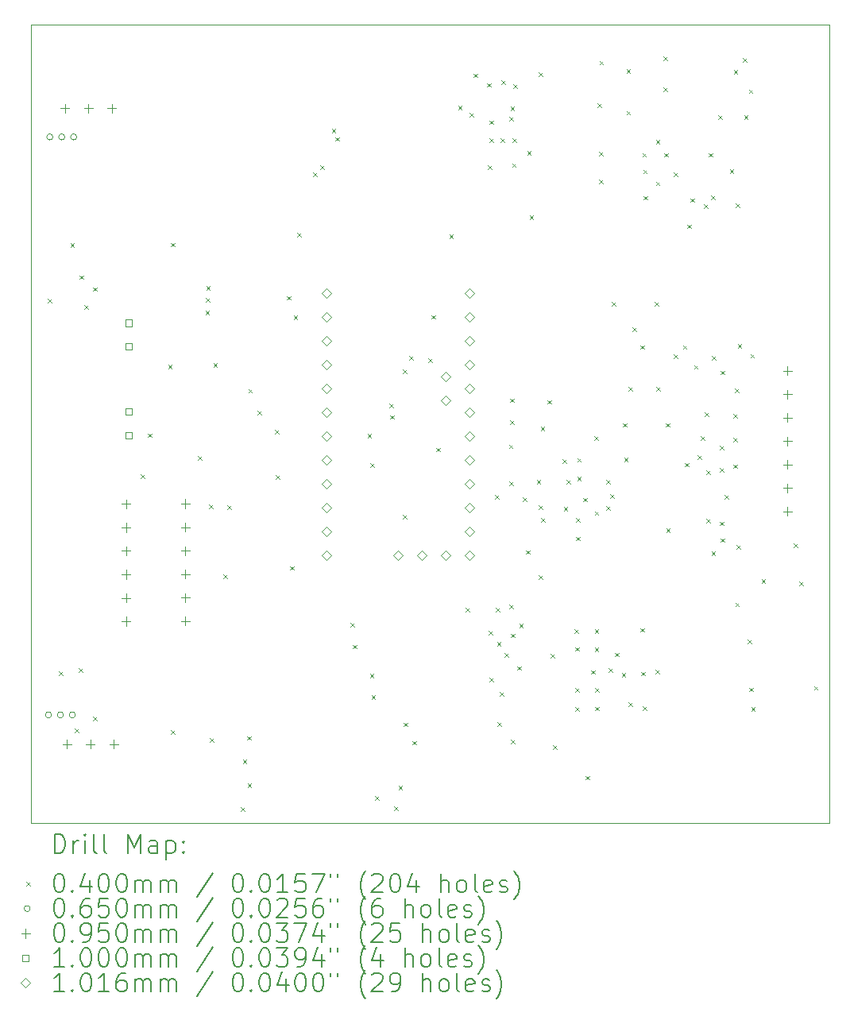
<source format=gbr>
%TF.GenerationSoftware,KiCad,Pcbnew,7.0.9*%
%TF.CreationDate,2024-01-08T18:19:47+05:30*%
%TF.ProjectId,BMS OPAMP,424d5320-4f50-4414-9d50-2e6b69636164,rev?*%
%TF.SameCoordinates,Original*%
%TF.FileFunction,Drillmap*%
%TF.FilePolarity,Positive*%
%FSLAX45Y45*%
G04 Gerber Fmt 4.5, Leading zero omitted, Abs format (unit mm)*
G04 Created by KiCad (PCBNEW 7.0.9) date 2024-01-08 18:19:47*
%MOMM*%
%LPD*%
G01*
G04 APERTURE LIST*
%ADD10C,0.100000*%
%ADD11C,0.200000*%
%ADD12C,0.101600*%
G04 APERTURE END LIST*
D10*
X2247900Y-1574800D02*
X10756900Y-1574800D01*
X10756900Y-10083800D01*
X2247900Y-10083800D01*
X2247900Y-1574800D01*
D11*
D10*
X2428560Y-4493580D02*
X2468560Y-4533580D01*
X2468560Y-4493580D02*
X2428560Y-4533580D01*
X2545400Y-8463600D02*
X2585400Y-8503600D01*
X2585400Y-8463600D02*
X2545400Y-8503600D01*
X2670800Y-3901760D02*
X2710800Y-3941760D01*
X2710800Y-3901760D02*
X2670800Y-3941760D01*
X2718120Y-9073200D02*
X2758120Y-9113200D01*
X2758120Y-9073200D02*
X2718120Y-9113200D01*
X2758760Y-8428040D02*
X2798760Y-8468040D01*
X2798760Y-8428040D02*
X2758760Y-8468040D01*
X2766380Y-4244660D02*
X2806380Y-4284660D01*
X2806380Y-4244660D02*
X2766380Y-4284660D01*
X2820930Y-4558410D02*
X2860930Y-4598410D01*
X2860930Y-4558410D02*
X2820930Y-4598410D01*
X2913950Y-4371660D02*
X2953950Y-4411660D01*
X2953950Y-4371660D02*
X2913950Y-4411660D01*
X2913950Y-8948740D02*
X2953950Y-8988740D01*
X2953950Y-8948740D02*
X2913950Y-8988740D01*
X3421700Y-6365560D02*
X3461700Y-6405560D01*
X3461700Y-6365560D02*
X3421700Y-6405560D01*
X3495360Y-5928680D02*
X3535360Y-5968680D01*
X3535360Y-5928680D02*
X3495360Y-5968680D01*
X3711260Y-5194620D02*
X3751260Y-5234620D01*
X3751260Y-5194620D02*
X3711260Y-5234620D01*
X3739200Y-3896680D02*
X3779200Y-3936680D01*
X3779200Y-3896680D02*
X3739200Y-3936680D01*
X3739200Y-9093520D02*
X3779200Y-9133520D01*
X3779200Y-9093520D02*
X3739200Y-9133520D01*
X4028760Y-6167440D02*
X4068760Y-6207440D01*
X4068760Y-6167440D02*
X4028760Y-6207440D01*
X4110040Y-4618040D02*
X4150040Y-4658040D01*
X4150040Y-4618040D02*
X4110040Y-4658040D01*
X4112580Y-4485960D02*
X4152580Y-4525960D01*
X4152580Y-4485960D02*
X4112580Y-4525960D01*
X4117660Y-4356420D02*
X4157660Y-4396420D01*
X4157660Y-4356420D02*
X4117660Y-4396420D01*
X4150680Y-6685600D02*
X4190680Y-6725600D01*
X4190680Y-6685600D02*
X4150680Y-6725600D01*
X4158300Y-9177340D02*
X4198300Y-9217340D01*
X4198300Y-9177340D02*
X4158300Y-9217340D01*
X4194100Y-5176840D02*
X4234100Y-5216840D01*
X4234100Y-5176840D02*
X4194100Y-5216840D01*
X4300540Y-7429820D02*
X4340540Y-7469820D01*
X4340540Y-7429820D02*
X4300540Y-7469820D01*
X4341180Y-6693220D02*
X4381180Y-6733220D01*
X4381180Y-6693220D02*
X4341180Y-6733220D01*
X4488500Y-9913940D02*
X4528500Y-9953940D01*
X4528500Y-9913940D02*
X4488500Y-9953940D01*
X4508820Y-9405940D02*
X4548820Y-9445940D01*
X4548820Y-9405940D02*
X4508820Y-9445940D01*
X4557200Y-9154480D02*
X4597200Y-9194480D01*
X4597200Y-9154480D02*
X4557200Y-9194480D01*
X4559740Y-9659940D02*
X4599740Y-9699940D01*
X4599740Y-9659940D02*
X4559740Y-9699940D01*
X4567240Y-5453700D02*
X4607240Y-5493700D01*
X4607240Y-5453700D02*
X4567240Y-5493700D01*
X4666300Y-5689920D02*
X4706300Y-5729920D01*
X4706300Y-5689920D02*
X4666300Y-5729920D01*
X4852660Y-5893120D02*
X4892660Y-5933120D01*
X4892660Y-5893120D02*
X4852660Y-5933120D01*
X4860280Y-6375720D02*
X4900280Y-6415720D01*
X4900280Y-6375720D02*
X4860280Y-6415720D01*
X4978720Y-4463100D02*
X5018720Y-4503100D01*
X5018720Y-4463100D02*
X4978720Y-4503100D01*
X5014280Y-7343460D02*
X5054280Y-7383460D01*
X5054280Y-7343460D02*
X5014280Y-7383460D01*
X5049840Y-4668840D02*
X5089840Y-4708840D01*
X5089840Y-4668840D02*
X5049840Y-4708840D01*
X5090480Y-3792540D02*
X5130480Y-3832540D01*
X5130480Y-3792540D02*
X5090480Y-3832540D01*
X5255580Y-3147380D02*
X5295580Y-3187380D01*
X5295580Y-3147380D02*
X5255580Y-3187380D01*
X5333100Y-3068640D02*
X5373100Y-3108640D01*
X5373100Y-3068640D02*
X5333100Y-3108640D01*
X5455627Y-2679287D02*
X5495627Y-2719287D01*
X5495627Y-2679287D02*
X5455627Y-2719287D01*
X5494280Y-2771460D02*
X5534280Y-2811460D01*
X5534280Y-2771460D02*
X5494280Y-2811460D01*
X5656900Y-7950520D02*
X5696900Y-7990520D01*
X5696900Y-7950520D02*
X5656900Y-7990520D01*
X5679760Y-8181660D02*
X5719760Y-8221660D01*
X5719760Y-8181660D02*
X5679760Y-8221660D01*
X5837240Y-5931220D02*
X5877240Y-5971220D01*
X5877240Y-5931220D02*
X5837240Y-5971220D01*
X5862640Y-8491540D02*
X5902640Y-8531540D01*
X5902640Y-8491540D02*
X5862640Y-8531540D01*
X5866390Y-6246180D02*
X5906390Y-6286180D01*
X5906390Y-6246180D02*
X5866390Y-6286180D01*
X5880420Y-8720140D02*
X5920420Y-8760140D01*
X5920420Y-8720140D02*
X5880420Y-8760140D01*
X5915980Y-9792020D02*
X5955980Y-9832020D01*
X5955980Y-9792020D02*
X5915980Y-9832020D01*
X6068380Y-5611180D02*
X6108380Y-5651180D01*
X6108380Y-5611180D02*
X6068380Y-5651180D01*
X6078540Y-5733100D02*
X6118540Y-5773100D01*
X6118540Y-5733100D02*
X6078540Y-5773100D01*
X6119180Y-9903780D02*
X6159180Y-9943780D01*
X6159180Y-9903780D02*
X6119180Y-9943780D01*
X6167520Y-9682200D02*
X6207520Y-9722200D01*
X6207520Y-9682200D02*
X6167520Y-9722200D01*
X6211830Y-5246750D02*
X6251830Y-5286750D01*
X6251830Y-5246750D02*
X6211830Y-5286750D01*
X6211830Y-6797360D02*
X6251830Y-6837360D01*
X6251830Y-6797360D02*
X6211830Y-6837360D01*
X6220780Y-9009700D02*
X6260780Y-9049700D01*
X6260780Y-9009700D02*
X6220780Y-9049700D01*
X6284280Y-5100640D02*
X6324280Y-5140640D01*
X6324280Y-5100640D02*
X6284280Y-5140640D01*
X6317300Y-9205280D02*
X6357300Y-9245280D01*
X6357300Y-9205280D02*
X6317300Y-9245280D01*
X6482400Y-5128580D02*
X6522400Y-5168580D01*
X6522400Y-5128580D02*
X6482400Y-5168580D01*
X6520500Y-4666300D02*
X6560500Y-4706300D01*
X6560500Y-4666300D02*
X6520500Y-4706300D01*
X6568760Y-6081080D02*
X6608760Y-6121080D01*
X6608760Y-6081080D02*
X6568760Y-6121080D01*
X6708460Y-3805240D02*
X6748460Y-3845240D01*
X6748460Y-3805240D02*
X6708460Y-3845240D01*
X6802380Y-2437390D02*
X6842380Y-2477390D01*
X6842380Y-2437390D02*
X6802380Y-2477390D01*
X6884380Y-7785420D02*
X6924380Y-7825420D01*
X6924380Y-7785420D02*
X6884380Y-7825420D01*
X6928050Y-2509840D02*
X6968050Y-2549840D01*
X6968050Y-2509840D02*
X6928050Y-2549840D01*
X6970240Y-2093500D02*
X7010240Y-2133500D01*
X7010240Y-2093500D02*
X6970240Y-2133500D01*
X7114800Y-2194880D02*
X7154800Y-2234880D01*
X7154800Y-2194880D02*
X7114800Y-2234880D01*
X7119880Y-3072390D02*
X7159880Y-3112390D01*
X7159880Y-3072390D02*
X7119880Y-3112390D01*
X7131310Y-8034340D02*
X7171310Y-8074340D01*
X7171310Y-8034340D02*
X7131310Y-8074340D01*
X7135120Y-2593660D02*
X7175120Y-2633660D01*
X7175120Y-2593660D02*
X7135120Y-2633660D01*
X7135120Y-2785100D02*
X7175120Y-2825100D01*
X7175120Y-2785100D02*
X7135120Y-2825100D01*
X7137720Y-8534720D02*
X7177720Y-8574720D01*
X7177720Y-8534720D02*
X7137720Y-8574720D01*
X7196140Y-6586540D02*
X7236140Y-6626540D01*
X7236140Y-6586540D02*
X7196140Y-6626540D01*
X7203760Y-7787960D02*
X7243760Y-7827960D01*
X7243760Y-7787960D02*
X7203760Y-7827960D01*
X7216460Y-8153720D02*
X7256460Y-8193720D01*
X7256460Y-8153720D02*
X7216460Y-8193720D01*
X7224080Y-9007160D02*
X7264080Y-9047160D01*
X7264080Y-9007160D02*
X7224080Y-9047160D01*
X7244400Y-8682040D02*
X7284400Y-8722040D01*
X7284400Y-8682040D02*
X7244400Y-8722040D01*
X7254500Y-2782740D02*
X7294500Y-2822740D01*
X7294500Y-2782740D02*
X7254500Y-2822740D01*
X7262120Y-2165950D02*
X7302120Y-2205950D01*
X7302120Y-2165950D02*
X7262120Y-2205950D01*
X7295200Y-8270560D02*
X7335200Y-8310560D01*
X7335200Y-8270560D02*
X7295200Y-8310560D01*
X7343460Y-6046180D02*
X7383460Y-6086180D01*
X7383460Y-6046180D02*
X7343460Y-6086180D01*
X7349875Y-6439765D02*
X7389875Y-6479765D01*
X7389875Y-6439765D02*
X7349875Y-6479765D01*
X7351020Y-2555560D02*
X7391020Y-2595560D01*
X7391020Y-2555560D02*
X7351020Y-2595560D01*
X7351080Y-7755370D02*
X7391080Y-7795370D01*
X7391080Y-7755370D02*
X7351080Y-7795370D01*
X7357760Y-5555300D02*
X7397760Y-5595300D01*
X7397760Y-5555300D02*
X7357760Y-5595300D01*
X7360300Y-5788980D02*
X7400300Y-5828980D01*
X7400300Y-5788980D02*
X7360300Y-5828980D01*
X7361180Y-2446340D02*
X7401180Y-2486340D01*
X7401180Y-2446340D02*
X7361180Y-2486340D01*
X7366320Y-9195120D02*
X7406320Y-9235120D01*
X7406320Y-9195120D02*
X7366320Y-9235120D01*
X7367650Y-8062280D02*
X7407650Y-8102280D01*
X7407650Y-8062280D02*
X7367650Y-8102280D01*
X7378616Y-3049989D02*
X7418616Y-3089989D01*
X7418616Y-3049989D02*
X7378616Y-3089989D01*
X7381500Y-2782740D02*
X7421500Y-2822740D01*
X7421500Y-2782740D02*
X7381500Y-2822740D01*
X7394200Y-2205040D02*
X7434200Y-2245040D01*
X7434200Y-2205040D02*
X7394200Y-2245040D01*
X7434900Y-8410260D02*
X7474900Y-8450260D01*
X7474900Y-8410260D02*
X7434900Y-8450260D01*
X7455220Y-7954270D02*
X7495220Y-7994270D01*
X7495220Y-7954270D02*
X7455220Y-7994270D01*
X7493320Y-6611940D02*
X7533320Y-6651940D01*
X7533320Y-6611940D02*
X7493320Y-6651940D01*
X7527720Y-7173280D02*
X7567720Y-7213280D01*
X7567720Y-7173280D02*
X7527720Y-7213280D01*
X7538980Y-2916240D02*
X7578980Y-2956240D01*
X7578980Y-2916240D02*
X7538980Y-2956240D01*
X7564380Y-3602040D02*
X7604380Y-3642040D01*
X7604380Y-3602040D02*
X7564380Y-3642040D01*
X7640640Y-6426520D02*
X7680640Y-6466520D01*
X7680640Y-6426520D02*
X7640640Y-6466520D01*
X7660960Y-6695760D02*
X7700960Y-6735760D01*
X7700960Y-6695760D02*
X7660960Y-6735760D01*
X7660960Y-7439980D02*
X7700960Y-7479980D01*
X7700960Y-7439980D02*
X7660960Y-7479980D01*
X7663440Y-2083120D02*
X7703440Y-2123120D01*
X7703440Y-2083120D02*
X7663440Y-2123120D01*
X7682490Y-5857560D02*
X7722490Y-5897560D01*
X7722490Y-5857560D02*
X7682490Y-5897560D01*
X7686360Y-6830380D02*
X7726360Y-6870380D01*
X7726360Y-6830380D02*
X7686360Y-6870380D01*
X7754940Y-5573080D02*
X7794940Y-5613080D01*
X7794940Y-5573080D02*
X7754940Y-5613080D01*
X7790500Y-8280720D02*
X7830500Y-8320720D01*
X7830500Y-8280720D02*
X7790500Y-8320720D01*
X7815900Y-9254480D02*
X7855900Y-9294480D01*
X7855900Y-9254480D02*
X7815900Y-9294480D01*
X7915270Y-6205540D02*
X7955270Y-6245540D01*
X7955270Y-6205540D02*
X7915270Y-6245540D01*
X7927660Y-6713540D02*
X7967660Y-6753540D01*
X7967660Y-6713540D02*
X7927660Y-6753540D01*
X7960270Y-6425868D02*
X8000270Y-6465868D01*
X8000270Y-6425868D02*
X7960270Y-6465868D01*
X8041960Y-8015620D02*
X8081960Y-8055620D01*
X8081960Y-8015620D02*
X8041960Y-8055620D01*
X8050674Y-8206893D02*
X8090674Y-8246893D01*
X8090674Y-8206893D02*
X8050674Y-8246893D01*
X8052120Y-8643000D02*
X8092120Y-8683000D01*
X8092120Y-8643000D02*
X8052120Y-8683000D01*
X8052120Y-8843000D02*
X8092120Y-8883000D01*
X8092120Y-8843000D02*
X8052120Y-8883000D01*
X8062280Y-6829440D02*
X8102280Y-6869440D01*
X8102280Y-6829440D02*
X8062280Y-6869440D01*
X8062280Y-7029440D02*
X8102280Y-7069440D01*
X8102280Y-7029440D02*
X8062280Y-7069440D01*
X8072440Y-6191900D02*
X8112440Y-6231900D01*
X8112440Y-6191900D02*
X8072440Y-6231900D01*
X8072440Y-6391900D02*
X8112440Y-6431900D01*
X8112440Y-6391900D02*
X8072440Y-6431900D01*
X8135940Y-6614480D02*
X8175940Y-6654480D01*
X8175940Y-6614480D02*
X8135940Y-6654480D01*
X8161340Y-9578660D02*
X8201340Y-9618660D01*
X8201340Y-9578660D02*
X8161340Y-9618660D01*
X8219100Y-8450900D02*
X8259100Y-8490900D01*
X8259100Y-8450900D02*
X8219100Y-8490900D01*
X8252780Y-5955850D02*
X8292780Y-5995850D01*
X8292780Y-5955850D02*
X8252780Y-5995850D01*
X8257860Y-8013080D02*
X8297860Y-8053080D01*
X8297860Y-8013080D02*
X8257860Y-8053080D01*
X8257860Y-8213080D02*
X8297860Y-8253080D01*
X8297860Y-8213080D02*
X8257860Y-8253080D01*
X8259436Y-6758934D02*
X8299436Y-6798934D01*
X8299436Y-6758934D02*
X8259436Y-6798934D01*
X8265480Y-8640460D02*
X8305480Y-8680460D01*
X8305480Y-8640460D02*
X8265480Y-8680460D01*
X8265480Y-8840460D02*
X8305480Y-8880460D01*
X8305480Y-8840460D02*
X8265480Y-8880460D01*
X8287471Y-2411077D02*
X8327471Y-2451077D01*
X8327471Y-2411077D02*
X8287471Y-2451077D01*
X8302580Y-2926400D02*
X8342580Y-2966400D01*
X8342580Y-2926400D02*
X8302580Y-2966400D01*
X8302580Y-3221400D02*
X8342580Y-3261400D01*
X8342580Y-3221400D02*
X8302580Y-3261400D01*
X8310582Y-1956698D02*
X8350582Y-1996698D01*
X8350582Y-1956698D02*
X8310582Y-1996698D01*
X8378840Y-6422490D02*
X8418840Y-6462490D01*
X8418840Y-6422490D02*
X8378840Y-6462490D01*
X8378840Y-6703740D02*
X8418840Y-6743740D01*
X8418840Y-6703740D02*
X8378840Y-6743740D01*
X8404770Y-8430580D02*
X8444770Y-8470580D01*
X8444770Y-8430580D02*
X8404770Y-8470580D01*
X8422926Y-6574157D02*
X8462926Y-6614157D01*
X8462926Y-6574157D02*
X8422926Y-6614157D01*
X8440740Y-4527260D02*
X8480740Y-4567260D01*
X8480740Y-4527260D02*
X8440740Y-4567260D01*
X8475360Y-8265480D02*
X8515360Y-8305480D01*
X8515360Y-8265480D02*
X8475360Y-8305480D01*
X8547044Y-8480492D02*
X8587044Y-8520492D01*
X8587044Y-8480492D02*
X8547044Y-8520492D01*
X8562320Y-5819460D02*
X8602320Y-5859460D01*
X8602320Y-5819460D02*
X8562320Y-5859460D01*
X8572820Y-6185220D02*
X8612820Y-6225220D01*
X8612820Y-6185220D02*
X8572820Y-6225220D01*
X8598390Y-2046040D02*
X8638390Y-2086040D01*
X8638390Y-2046040D02*
X8598390Y-2086040D01*
X8598390Y-2491040D02*
X8638390Y-2531040D01*
X8638390Y-2491040D02*
X8598390Y-2531040D01*
X8616000Y-8796340D02*
X8656000Y-8836340D01*
X8656000Y-8796340D02*
X8616000Y-8836340D01*
X8618180Y-5431780D02*
X8658180Y-5471780D01*
X8658180Y-5431780D02*
X8618180Y-5471780D01*
X8658680Y-4801150D02*
X8698680Y-4841150D01*
X8698680Y-4801150D02*
X8658680Y-4841150D01*
X8742868Y-8001874D02*
X8782868Y-8041874D01*
X8782868Y-8001874D02*
X8742868Y-8041874D01*
X8745790Y-4988650D02*
X8785790Y-5028650D01*
X8785790Y-4988650D02*
X8745790Y-5028650D01*
X8753160Y-8468680D02*
X8793160Y-8508680D01*
X8793160Y-8468680D02*
X8753160Y-8508680D01*
X8768130Y-2939680D02*
X8808130Y-2979680D01*
X8808130Y-2939680D02*
X8768130Y-2979680D01*
X8770940Y-8839520D02*
X8810940Y-8879520D01*
X8810940Y-8839520D02*
X8770940Y-8879520D01*
X8775960Y-3116900D02*
X8815960Y-3156900D01*
X8815960Y-3116900D02*
X8775960Y-3156900D01*
X8778500Y-3396300D02*
X8818500Y-3436300D01*
X8818500Y-3396300D02*
X8778500Y-3436300D01*
X8895740Y-4527260D02*
X8935740Y-4567260D01*
X8935740Y-4527260D02*
X8895740Y-4567260D01*
X8905560Y-8445820D02*
X8945560Y-8485820D01*
X8945560Y-8445820D02*
X8905560Y-8485820D01*
X8910350Y-2799400D02*
X8950350Y-2839400D01*
X8950350Y-2799400D02*
X8910350Y-2839400D01*
X8910350Y-3244400D02*
X8950350Y-3284400D01*
X8950350Y-3244400D02*
X8910350Y-3284400D01*
X8913180Y-5431780D02*
X8953180Y-5471780D01*
X8953180Y-5431780D02*
X8913180Y-5471780D01*
X8991800Y-1912940D02*
X9031800Y-1952940D01*
X9031800Y-1912940D02*
X8991800Y-1952940D01*
X8991800Y-2241940D02*
X9031800Y-2281940D01*
X9031800Y-2241940D02*
X8991800Y-2281940D01*
X9002020Y-2939680D02*
X9042020Y-2979680D01*
X9042020Y-2939680D02*
X9002020Y-2979680D01*
X9017320Y-5819460D02*
X9057320Y-5859460D01*
X9057320Y-5819460D02*
X9017320Y-5859460D01*
X9019860Y-6942140D02*
X9059860Y-6982140D01*
X9059860Y-6942140D02*
X9019860Y-6982140D01*
X9098540Y-3149600D02*
X9138540Y-3189600D01*
X9138540Y-3149600D02*
X9098540Y-3189600D01*
X9103680Y-5085400D02*
X9143680Y-5125400D01*
X9143680Y-5085400D02*
X9103680Y-5125400D01*
X9198680Y-4988650D02*
X9238680Y-5028650D01*
X9238680Y-4988650D02*
X9198680Y-5028650D01*
X9220520Y-6241100D02*
X9260520Y-6281100D01*
X9260520Y-6241100D02*
X9220520Y-6281100D01*
X9244590Y-3701100D02*
X9284590Y-3741100D01*
X9284590Y-3701100D02*
X9244590Y-3741100D01*
X9282147Y-3422130D02*
X9322147Y-3462130D01*
X9322147Y-3422130D02*
X9282147Y-3462130D01*
X9317040Y-5199700D02*
X9357040Y-5239700D01*
X9357040Y-5199700D02*
X9317040Y-5239700D01*
X9352600Y-6162360D02*
X9392600Y-6202360D01*
X9392600Y-6162360D02*
X9352600Y-6202360D01*
X9389490Y-5955850D02*
X9429490Y-5995850D01*
X9429490Y-5955850D02*
X9389490Y-5995850D01*
X9423720Y-3485724D02*
X9463720Y-3525724D01*
X9463720Y-3485724D02*
X9423720Y-3525724D01*
X9434490Y-5702620D02*
X9474490Y-5742620D01*
X9474490Y-5702620D02*
X9434490Y-5742620D01*
X9450330Y-6324920D02*
X9490330Y-6364920D01*
X9490330Y-6324920D02*
X9450330Y-6364920D01*
X9450330Y-6840540D02*
X9490330Y-6880540D01*
X9490330Y-6840540D02*
X9450330Y-6880540D01*
X9474460Y-2939680D02*
X9514460Y-2979680D01*
X9514460Y-2939680D02*
X9474460Y-2979680D01*
X9498620Y-3394680D02*
X9538620Y-3434680D01*
X9538620Y-3394680D02*
X9498620Y-3434680D01*
X9502460Y-7185980D02*
X9542460Y-7225980D01*
X9542460Y-7185980D02*
X9502460Y-7225980D01*
X9507540Y-5105720D02*
X9547540Y-5145720D01*
X9547540Y-5105720D02*
X9507540Y-5145720D01*
X9578600Y-2539160D02*
X9618600Y-2579160D01*
X9618600Y-2539160D02*
X9578600Y-2579160D01*
X9595230Y-6060760D02*
X9635230Y-6100760D01*
X9635230Y-6060760D02*
X9595230Y-6100760D01*
X9595230Y-6294440D02*
X9635230Y-6334440D01*
X9635230Y-6294440D02*
X9595230Y-6334440D01*
X9595230Y-6868480D02*
X9635230Y-6908480D01*
X9635230Y-6868480D02*
X9595230Y-6908480D01*
X9600270Y-5260620D02*
X9640270Y-5300620D01*
X9640270Y-5260620D02*
X9600270Y-5300620D01*
X9601520Y-7046280D02*
X9641520Y-7086280D01*
X9641520Y-7046280D02*
X9601520Y-7086280D01*
X9640641Y-6586542D02*
X9680641Y-6626542D01*
X9680641Y-6586542D02*
X9640641Y-6626542D01*
X9699425Y-3111906D02*
X9739425Y-3151906D01*
X9739425Y-3111906D02*
X9699425Y-3151906D01*
X9733480Y-5722940D02*
X9773480Y-5762940D01*
X9773480Y-5722940D02*
X9733480Y-5762940D01*
X9733480Y-5976940D02*
X9773480Y-6016940D01*
X9773480Y-5976940D02*
X9733480Y-6016940D01*
X9736874Y-6258590D02*
X9776874Y-6298590D01*
X9776874Y-6258590D02*
X9736874Y-6298590D01*
X9741160Y-2052640D02*
X9781160Y-2092640D01*
X9781160Y-2052640D02*
X9741160Y-2092640D01*
X9750752Y-5448910D02*
X9790752Y-5488910D01*
X9790752Y-5448910D02*
X9750752Y-5488910D01*
X9756460Y-7732080D02*
X9796460Y-7772080D01*
X9796460Y-7732080D02*
X9756460Y-7772080D01*
X9764020Y-3477580D02*
X9804020Y-3517580D01*
X9804020Y-3477580D02*
X9764020Y-3517580D01*
X9769160Y-7119550D02*
X9809160Y-7159550D01*
X9809160Y-7119550D02*
X9769160Y-7159550D01*
X9781860Y-4976570D02*
X9821860Y-5016570D01*
X9821860Y-4976570D02*
X9781860Y-5016570D01*
X9837680Y-1930720D02*
X9877680Y-1970720D01*
X9877680Y-1930720D02*
X9837680Y-1970720D01*
X9851070Y-2539160D02*
X9891070Y-2579160D01*
X9891070Y-2539160D02*
X9851070Y-2579160D01*
X9891710Y-8128320D02*
X9931710Y-8168320D01*
X9931710Y-8128320D02*
X9891710Y-8168320D01*
X9901180Y-2263460D02*
X9941180Y-2303460D01*
X9941180Y-2263460D02*
X9901180Y-2303460D01*
X9903780Y-8638860D02*
X9943780Y-8678860D01*
X9943780Y-8638860D02*
X9903780Y-8678860D01*
X9919020Y-5082860D02*
X9959020Y-5122860D01*
X9959020Y-5082860D02*
X9919020Y-5122860D01*
X9926640Y-8844600D02*
X9966640Y-8884600D01*
X9966640Y-8844600D02*
X9926640Y-8884600D01*
X10036610Y-7480620D02*
X10076610Y-7520620D01*
X10076610Y-7480620D02*
X10036610Y-7520620D01*
X10381300Y-7099620D02*
X10421300Y-7139620D01*
X10421300Y-7099620D02*
X10381300Y-7139620D01*
X10440660Y-7506020D02*
X10480660Y-7546020D01*
X10480660Y-7506020D02*
X10440660Y-7546020D01*
X10594660Y-8621080D02*
X10634660Y-8661080D01*
X10634660Y-8621080D02*
X10594660Y-8661080D01*
X2469300Y-8928100D02*
G75*
G03*
X2469300Y-8928100I-32500J0D01*
G01*
X2483600Y-2768600D02*
G75*
G03*
X2483600Y-2768600I-32500J0D01*
G01*
X2596300Y-8928100D02*
G75*
G03*
X2596300Y-8928100I-32500J0D01*
G01*
X2610600Y-2768600D02*
G75*
G03*
X2610600Y-2768600I-32500J0D01*
G01*
X2723300Y-8928100D02*
G75*
G03*
X2723300Y-8928100I-32500J0D01*
G01*
X2737600Y-2768600D02*
G75*
G03*
X2737600Y-2768600I-32500J0D01*
G01*
X2611500Y-2416300D02*
X2611500Y-2511300D01*
X2564000Y-2463800D02*
X2659000Y-2463800D01*
X2632900Y-9190900D02*
X2632900Y-9285900D01*
X2585400Y-9238400D02*
X2680400Y-9238400D01*
X2861500Y-2416300D02*
X2861500Y-2511300D01*
X2814000Y-2463800D02*
X2909000Y-2463800D01*
X2882900Y-9190900D02*
X2882900Y-9285900D01*
X2835400Y-9238400D02*
X2930400Y-9238400D01*
X3111500Y-2416300D02*
X3111500Y-2511300D01*
X3064000Y-2463800D02*
X3159000Y-2463800D01*
X3132900Y-9190900D02*
X3132900Y-9285900D01*
X3085400Y-9238400D02*
X3180400Y-9238400D01*
X3263900Y-6632700D02*
X3263900Y-6727700D01*
X3216400Y-6680200D02*
X3311400Y-6680200D01*
X3263900Y-6882700D02*
X3263900Y-6977700D01*
X3216400Y-6930200D02*
X3311400Y-6930200D01*
X3263900Y-7132700D02*
X3263900Y-7227700D01*
X3216400Y-7180200D02*
X3311400Y-7180200D01*
X3263900Y-7382700D02*
X3263900Y-7477700D01*
X3216400Y-7430200D02*
X3311400Y-7430200D01*
X3263900Y-7632700D02*
X3263900Y-7727700D01*
X3216400Y-7680200D02*
X3311400Y-7680200D01*
X3263900Y-7882700D02*
X3263900Y-7977700D01*
X3216400Y-7930200D02*
X3311400Y-7930200D01*
X3897200Y-6630000D02*
X3897200Y-6725000D01*
X3849700Y-6677500D02*
X3944700Y-6677500D01*
X3897200Y-6880000D02*
X3897200Y-6975000D01*
X3849700Y-6927500D02*
X3944700Y-6927500D01*
X3897200Y-7130000D02*
X3897200Y-7225000D01*
X3849700Y-7177500D02*
X3944700Y-7177500D01*
X3897200Y-7380000D02*
X3897200Y-7475000D01*
X3849700Y-7427500D02*
X3944700Y-7427500D01*
X3897200Y-7630000D02*
X3897200Y-7725000D01*
X3849700Y-7677500D02*
X3944700Y-7677500D01*
X3897200Y-7880000D02*
X3897200Y-7975000D01*
X3849700Y-7927500D02*
X3944700Y-7927500D01*
X10314880Y-5212840D02*
X10314880Y-5307840D01*
X10267380Y-5260340D02*
X10362380Y-5260340D01*
X10314880Y-5462840D02*
X10314880Y-5557840D01*
X10267380Y-5510340D02*
X10362380Y-5510340D01*
X10314880Y-5712840D02*
X10314880Y-5807840D01*
X10267380Y-5760340D02*
X10362380Y-5760340D01*
X10314880Y-5962840D02*
X10314880Y-6057840D01*
X10267380Y-6010340D02*
X10362380Y-6010340D01*
X10314880Y-6212840D02*
X10314880Y-6307840D01*
X10267380Y-6260340D02*
X10362380Y-6260340D01*
X10314880Y-6462840D02*
X10314880Y-6557840D01*
X10267380Y-6510340D02*
X10362380Y-6510340D01*
X10314880Y-6712840D02*
X10314880Y-6807840D01*
X10267380Y-6760340D02*
X10362380Y-6760340D01*
X3326756Y-4787156D02*
X3326756Y-4716444D01*
X3256044Y-4716444D01*
X3256044Y-4787156D01*
X3326756Y-4787156D01*
X3326756Y-5037156D02*
X3326756Y-4966444D01*
X3256044Y-4966444D01*
X3256044Y-5037156D01*
X3326756Y-5037156D01*
X3326756Y-5732156D02*
X3326756Y-5661444D01*
X3256044Y-5661444D01*
X3256044Y-5732156D01*
X3326756Y-5732156D01*
X3326756Y-5982156D02*
X3326756Y-5911444D01*
X3256044Y-5911444D01*
X3256044Y-5982156D01*
X3326756Y-5982156D01*
D12*
X5397500Y-4483100D02*
X5448300Y-4432300D01*
X5397500Y-4381500D01*
X5346700Y-4432300D01*
X5397500Y-4483100D01*
X5397500Y-4737100D02*
X5448300Y-4686300D01*
X5397500Y-4635500D01*
X5346700Y-4686300D01*
X5397500Y-4737100D01*
X5397500Y-4991100D02*
X5448300Y-4940300D01*
X5397500Y-4889500D01*
X5346700Y-4940300D01*
X5397500Y-4991100D01*
X5397500Y-5245100D02*
X5448300Y-5194300D01*
X5397500Y-5143500D01*
X5346700Y-5194300D01*
X5397500Y-5245100D01*
X5397500Y-5499100D02*
X5448300Y-5448300D01*
X5397500Y-5397500D01*
X5346700Y-5448300D01*
X5397500Y-5499100D01*
X5397500Y-5753100D02*
X5448300Y-5702300D01*
X5397500Y-5651500D01*
X5346700Y-5702300D01*
X5397500Y-5753100D01*
X5397500Y-6007100D02*
X5448300Y-5956300D01*
X5397500Y-5905500D01*
X5346700Y-5956300D01*
X5397500Y-6007100D01*
X5397500Y-6261100D02*
X5448300Y-6210300D01*
X5397500Y-6159500D01*
X5346700Y-6210300D01*
X5397500Y-6261100D01*
X5397500Y-6515100D02*
X5448300Y-6464300D01*
X5397500Y-6413500D01*
X5346700Y-6464300D01*
X5397500Y-6515100D01*
X5397500Y-6769100D02*
X5448300Y-6718300D01*
X5397500Y-6667500D01*
X5346700Y-6718300D01*
X5397500Y-6769100D01*
X5397500Y-7023100D02*
X5448300Y-6972300D01*
X5397500Y-6921500D01*
X5346700Y-6972300D01*
X5397500Y-7023100D01*
X5397500Y-7277100D02*
X5448300Y-7226300D01*
X5397500Y-7175500D01*
X5346700Y-7226300D01*
X5397500Y-7277100D01*
X6159500Y-7277100D02*
X6210300Y-7226300D01*
X6159500Y-7175500D01*
X6108700Y-7226300D01*
X6159500Y-7277100D01*
X6413500Y-7277100D02*
X6464300Y-7226300D01*
X6413500Y-7175500D01*
X6362700Y-7226300D01*
X6413500Y-7277100D01*
X6667500Y-5372100D02*
X6718300Y-5321300D01*
X6667500Y-5270500D01*
X6616700Y-5321300D01*
X6667500Y-5372100D01*
X6667500Y-5626100D02*
X6718300Y-5575300D01*
X6667500Y-5524500D01*
X6616700Y-5575300D01*
X6667500Y-5626100D01*
X6667500Y-7277100D02*
X6718300Y-7226300D01*
X6667500Y-7175500D01*
X6616700Y-7226300D01*
X6667500Y-7277100D01*
X6921500Y-4483100D02*
X6972300Y-4432300D01*
X6921500Y-4381500D01*
X6870700Y-4432300D01*
X6921500Y-4483100D01*
X6921500Y-4737100D02*
X6972300Y-4686300D01*
X6921500Y-4635500D01*
X6870700Y-4686300D01*
X6921500Y-4737100D01*
X6921500Y-4991100D02*
X6972300Y-4940300D01*
X6921500Y-4889500D01*
X6870700Y-4940300D01*
X6921500Y-4991100D01*
X6921500Y-5245100D02*
X6972300Y-5194300D01*
X6921500Y-5143500D01*
X6870700Y-5194300D01*
X6921500Y-5245100D01*
X6921500Y-5499100D02*
X6972300Y-5448300D01*
X6921500Y-5397500D01*
X6870700Y-5448300D01*
X6921500Y-5499100D01*
X6921500Y-5753100D02*
X6972300Y-5702300D01*
X6921500Y-5651500D01*
X6870700Y-5702300D01*
X6921500Y-5753100D01*
X6921500Y-6007100D02*
X6972300Y-5956300D01*
X6921500Y-5905500D01*
X6870700Y-5956300D01*
X6921500Y-6007100D01*
X6921500Y-6261100D02*
X6972300Y-6210300D01*
X6921500Y-6159500D01*
X6870700Y-6210300D01*
X6921500Y-6261100D01*
X6921500Y-6515100D02*
X6972300Y-6464300D01*
X6921500Y-6413500D01*
X6870700Y-6464300D01*
X6921500Y-6515100D01*
X6921500Y-6769100D02*
X6972300Y-6718300D01*
X6921500Y-6667500D01*
X6870700Y-6718300D01*
X6921500Y-6769100D01*
X6921500Y-7023100D02*
X6972300Y-6972300D01*
X6921500Y-6921500D01*
X6870700Y-6972300D01*
X6921500Y-7023100D01*
X6921500Y-7277100D02*
X6972300Y-7226300D01*
X6921500Y-7175500D01*
X6870700Y-7226300D01*
X6921500Y-7277100D01*
D11*
X2503677Y-10400284D02*
X2503677Y-10200284D01*
X2503677Y-10200284D02*
X2551296Y-10200284D01*
X2551296Y-10200284D02*
X2579867Y-10209808D01*
X2579867Y-10209808D02*
X2598915Y-10228855D01*
X2598915Y-10228855D02*
X2608439Y-10247903D01*
X2608439Y-10247903D02*
X2617963Y-10285998D01*
X2617963Y-10285998D02*
X2617963Y-10314570D01*
X2617963Y-10314570D02*
X2608439Y-10352665D01*
X2608439Y-10352665D02*
X2598915Y-10371712D01*
X2598915Y-10371712D02*
X2579867Y-10390760D01*
X2579867Y-10390760D02*
X2551296Y-10400284D01*
X2551296Y-10400284D02*
X2503677Y-10400284D01*
X2703677Y-10400284D02*
X2703677Y-10266950D01*
X2703677Y-10305046D02*
X2713201Y-10285998D01*
X2713201Y-10285998D02*
X2722724Y-10276474D01*
X2722724Y-10276474D02*
X2741772Y-10266950D01*
X2741772Y-10266950D02*
X2760820Y-10266950D01*
X2827486Y-10400284D02*
X2827486Y-10266950D01*
X2827486Y-10200284D02*
X2817962Y-10209808D01*
X2817962Y-10209808D02*
X2827486Y-10219331D01*
X2827486Y-10219331D02*
X2837010Y-10209808D01*
X2837010Y-10209808D02*
X2827486Y-10200284D01*
X2827486Y-10200284D02*
X2827486Y-10219331D01*
X2951296Y-10400284D02*
X2932248Y-10390760D01*
X2932248Y-10390760D02*
X2922724Y-10371712D01*
X2922724Y-10371712D02*
X2922724Y-10200284D01*
X3056058Y-10400284D02*
X3037010Y-10390760D01*
X3037010Y-10390760D02*
X3027486Y-10371712D01*
X3027486Y-10371712D02*
X3027486Y-10200284D01*
X3284629Y-10400284D02*
X3284629Y-10200284D01*
X3284629Y-10200284D02*
X3351296Y-10343141D01*
X3351296Y-10343141D02*
X3417962Y-10200284D01*
X3417962Y-10200284D02*
X3417962Y-10400284D01*
X3598915Y-10400284D02*
X3598915Y-10295522D01*
X3598915Y-10295522D02*
X3589391Y-10276474D01*
X3589391Y-10276474D02*
X3570343Y-10266950D01*
X3570343Y-10266950D02*
X3532248Y-10266950D01*
X3532248Y-10266950D02*
X3513201Y-10276474D01*
X3598915Y-10390760D02*
X3579867Y-10400284D01*
X3579867Y-10400284D02*
X3532248Y-10400284D01*
X3532248Y-10400284D02*
X3513201Y-10390760D01*
X3513201Y-10390760D02*
X3503677Y-10371712D01*
X3503677Y-10371712D02*
X3503677Y-10352665D01*
X3503677Y-10352665D02*
X3513201Y-10333617D01*
X3513201Y-10333617D02*
X3532248Y-10324093D01*
X3532248Y-10324093D02*
X3579867Y-10324093D01*
X3579867Y-10324093D02*
X3598915Y-10314570D01*
X3694153Y-10266950D02*
X3694153Y-10466950D01*
X3694153Y-10276474D02*
X3713201Y-10266950D01*
X3713201Y-10266950D02*
X3751296Y-10266950D01*
X3751296Y-10266950D02*
X3770343Y-10276474D01*
X3770343Y-10276474D02*
X3779867Y-10285998D01*
X3779867Y-10285998D02*
X3789391Y-10305046D01*
X3789391Y-10305046D02*
X3789391Y-10362189D01*
X3789391Y-10362189D02*
X3779867Y-10381236D01*
X3779867Y-10381236D02*
X3770343Y-10390760D01*
X3770343Y-10390760D02*
X3751296Y-10400284D01*
X3751296Y-10400284D02*
X3713201Y-10400284D01*
X3713201Y-10400284D02*
X3694153Y-10390760D01*
X3875105Y-10381236D02*
X3884629Y-10390760D01*
X3884629Y-10390760D02*
X3875105Y-10400284D01*
X3875105Y-10400284D02*
X3865582Y-10390760D01*
X3865582Y-10390760D02*
X3875105Y-10381236D01*
X3875105Y-10381236D02*
X3875105Y-10400284D01*
X3875105Y-10276474D02*
X3884629Y-10285998D01*
X3884629Y-10285998D02*
X3875105Y-10295522D01*
X3875105Y-10295522D02*
X3865582Y-10285998D01*
X3865582Y-10285998D02*
X3875105Y-10276474D01*
X3875105Y-10276474D02*
X3875105Y-10295522D01*
D10*
X2202900Y-10708800D02*
X2242900Y-10748800D01*
X2242900Y-10708800D02*
X2202900Y-10748800D01*
D11*
X2541772Y-10620284D02*
X2560820Y-10620284D01*
X2560820Y-10620284D02*
X2579867Y-10629808D01*
X2579867Y-10629808D02*
X2589391Y-10639331D01*
X2589391Y-10639331D02*
X2598915Y-10658379D01*
X2598915Y-10658379D02*
X2608439Y-10696474D01*
X2608439Y-10696474D02*
X2608439Y-10744093D01*
X2608439Y-10744093D02*
X2598915Y-10782189D01*
X2598915Y-10782189D02*
X2589391Y-10801236D01*
X2589391Y-10801236D02*
X2579867Y-10810760D01*
X2579867Y-10810760D02*
X2560820Y-10820284D01*
X2560820Y-10820284D02*
X2541772Y-10820284D01*
X2541772Y-10820284D02*
X2522724Y-10810760D01*
X2522724Y-10810760D02*
X2513201Y-10801236D01*
X2513201Y-10801236D02*
X2503677Y-10782189D01*
X2503677Y-10782189D02*
X2494153Y-10744093D01*
X2494153Y-10744093D02*
X2494153Y-10696474D01*
X2494153Y-10696474D02*
X2503677Y-10658379D01*
X2503677Y-10658379D02*
X2513201Y-10639331D01*
X2513201Y-10639331D02*
X2522724Y-10629808D01*
X2522724Y-10629808D02*
X2541772Y-10620284D01*
X2694153Y-10801236D02*
X2703677Y-10810760D01*
X2703677Y-10810760D02*
X2694153Y-10820284D01*
X2694153Y-10820284D02*
X2684629Y-10810760D01*
X2684629Y-10810760D02*
X2694153Y-10801236D01*
X2694153Y-10801236D02*
X2694153Y-10820284D01*
X2875105Y-10686950D02*
X2875105Y-10820284D01*
X2827486Y-10610760D02*
X2779867Y-10753617D01*
X2779867Y-10753617D02*
X2903677Y-10753617D01*
X3017962Y-10620284D02*
X3037010Y-10620284D01*
X3037010Y-10620284D02*
X3056058Y-10629808D01*
X3056058Y-10629808D02*
X3065582Y-10639331D01*
X3065582Y-10639331D02*
X3075105Y-10658379D01*
X3075105Y-10658379D02*
X3084629Y-10696474D01*
X3084629Y-10696474D02*
X3084629Y-10744093D01*
X3084629Y-10744093D02*
X3075105Y-10782189D01*
X3075105Y-10782189D02*
X3065582Y-10801236D01*
X3065582Y-10801236D02*
X3056058Y-10810760D01*
X3056058Y-10810760D02*
X3037010Y-10820284D01*
X3037010Y-10820284D02*
X3017962Y-10820284D01*
X3017962Y-10820284D02*
X2998915Y-10810760D01*
X2998915Y-10810760D02*
X2989391Y-10801236D01*
X2989391Y-10801236D02*
X2979867Y-10782189D01*
X2979867Y-10782189D02*
X2970343Y-10744093D01*
X2970343Y-10744093D02*
X2970343Y-10696474D01*
X2970343Y-10696474D02*
X2979867Y-10658379D01*
X2979867Y-10658379D02*
X2989391Y-10639331D01*
X2989391Y-10639331D02*
X2998915Y-10629808D01*
X2998915Y-10629808D02*
X3017962Y-10620284D01*
X3208439Y-10620284D02*
X3227486Y-10620284D01*
X3227486Y-10620284D02*
X3246534Y-10629808D01*
X3246534Y-10629808D02*
X3256058Y-10639331D01*
X3256058Y-10639331D02*
X3265582Y-10658379D01*
X3265582Y-10658379D02*
X3275105Y-10696474D01*
X3275105Y-10696474D02*
X3275105Y-10744093D01*
X3275105Y-10744093D02*
X3265582Y-10782189D01*
X3265582Y-10782189D02*
X3256058Y-10801236D01*
X3256058Y-10801236D02*
X3246534Y-10810760D01*
X3246534Y-10810760D02*
X3227486Y-10820284D01*
X3227486Y-10820284D02*
X3208439Y-10820284D01*
X3208439Y-10820284D02*
X3189391Y-10810760D01*
X3189391Y-10810760D02*
X3179867Y-10801236D01*
X3179867Y-10801236D02*
X3170343Y-10782189D01*
X3170343Y-10782189D02*
X3160820Y-10744093D01*
X3160820Y-10744093D02*
X3160820Y-10696474D01*
X3160820Y-10696474D02*
X3170343Y-10658379D01*
X3170343Y-10658379D02*
X3179867Y-10639331D01*
X3179867Y-10639331D02*
X3189391Y-10629808D01*
X3189391Y-10629808D02*
X3208439Y-10620284D01*
X3360820Y-10820284D02*
X3360820Y-10686950D01*
X3360820Y-10705998D02*
X3370343Y-10696474D01*
X3370343Y-10696474D02*
X3389391Y-10686950D01*
X3389391Y-10686950D02*
X3417963Y-10686950D01*
X3417963Y-10686950D02*
X3437010Y-10696474D01*
X3437010Y-10696474D02*
X3446534Y-10715522D01*
X3446534Y-10715522D02*
X3446534Y-10820284D01*
X3446534Y-10715522D02*
X3456058Y-10696474D01*
X3456058Y-10696474D02*
X3475105Y-10686950D01*
X3475105Y-10686950D02*
X3503677Y-10686950D01*
X3503677Y-10686950D02*
X3522724Y-10696474D01*
X3522724Y-10696474D02*
X3532248Y-10715522D01*
X3532248Y-10715522D02*
X3532248Y-10820284D01*
X3627486Y-10820284D02*
X3627486Y-10686950D01*
X3627486Y-10705998D02*
X3637010Y-10696474D01*
X3637010Y-10696474D02*
X3656058Y-10686950D01*
X3656058Y-10686950D02*
X3684629Y-10686950D01*
X3684629Y-10686950D02*
X3703677Y-10696474D01*
X3703677Y-10696474D02*
X3713201Y-10715522D01*
X3713201Y-10715522D02*
X3713201Y-10820284D01*
X3713201Y-10715522D02*
X3722724Y-10696474D01*
X3722724Y-10696474D02*
X3741772Y-10686950D01*
X3741772Y-10686950D02*
X3770343Y-10686950D01*
X3770343Y-10686950D02*
X3789391Y-10696474D01*
X3789391Y-10696474D02*
X3798915Y-10715522D01*
X3798915Y-10715522D02*
X3798915Y-10820284D01*
X4189391Y-10610760D02*
X4017963Y-10867903D01*
X4446534Y-10620284D02*
X4465582Y-10620284D01*
X4465582Y-10620284D02*
X4484629Y-10629808D01*
X4484629Y-10629808D02*
X4494153Y-10639331D01*
X4494153Y-10639331D02*
X4503677Y-10658379D01*
X4503677Y-10658379D02*
X4513201Y-10696474D01*
X4513201Y-10696474D02*
X4513201Y-10744093D01*
X4513201Y-10744093D02*
X4503677Y-10782189D01*
X4503677Y-10782189D02*
X4494153Y-10801236D01*
X4494153Y-10801236D02*
X4484629Y-10810760D01*
X4484629Y-10810760D02*
X4465582Y-10820284D01*
X4465582Y-10820284D02*
X4446534Y-10820284D01*
X4446534Y-10820284D02*
X4427487Y-10810760D01*
X4427487Y-10810760D02*
X4417963Y-10801236D01*
X4417963Y-10801236D02*
X4408439Y-10782189D01*
X4408439Y-10782189D02*
X4398915Y-10744093D01*
X4398915Y-10744093D02*
X4398915Y-10696474D01*
X4398915Y-10696474D02*
X4408439Y-10658379D01*
X4408439Y-10658379D02*
X4417963Y-10639331D01*
X4417963Y-10639331D02*
X4427487Y-10629808D01*
X4427487Y-10629808D02*
X4446534Y-10620284D01*
X4598915Y-10801236D02*
X4608439Y-10810760D01*
X4608439Y-10810760D02*
X4598915Y-10820284D01*
X4598915Y-10820284D02*
X4589391Y-10810760D01*
X4589391Y-10810760D02*
X4598915Y-10801236D01*
X4598915Y-10801236D02*
X4598915Y-10820284D01*
X4732248Y-10620284D02*
X4751296Y-10620284D01*
X4751296Y-10620284D02*
X4770344Y-10629808D01*
X4770344Y-10629808D02*
X4779868Y-10639331D01*
X4779868Y-10639331D02*
X4789391Y-10658379D01*
X4789391Y-10658379D02*
X4798915Y-10696474D01*
X4798915Y-10696474D02*
X4798915Y-10744093D01*
X4798915Y-10744093D02*
X4789391Y-10782189D01*
X4789391Y-10782189D02*
X4779868Y-10801236D01*
X4779868Y-10801236D02*
X4770344Y-10810760D01*
X4770344Y-10810760D02*
X4751296Y-10820284D01*
X4751296Y-10820284D02*
X4732248Y-10820284D01*
X4732248Y-10820284D02*
X4713201Y-10810760D01*
X4713201Y-10810760D02*
X4703677Y-10801236D01*
X4703677Y-10801236D02*
X4694153Y-10782189D01*
X4694153Y-10782189D02*
X4684629Y-10744093D01*
X4684629Y-10744093D02*
X4684629Y-10696474D01*
X4684629Y-10696474D02*
X4694153Y-10658379D01*
X4694153Y-10658379D02*
X4703677Y-10639331D01*
X4703677Y-10639331D02*
X4713201Y-10629808D01*
X4713201Y-10629808D02*
X4732248Y-10620284D01*
X4989391Y-10820284D02*
X4875106Y-10820284D01*
X4932248Y-10820284D02*
X4932248Y-10620284D01*
X4932248Y-10620284D02*
X4913201Y-10648855D01*
X4913201Y-10648855D02*
X4894153Y-10667903D01*
X4894153Y-10667903D02*
X4875106Y-10677427D01*
X5170344Y-10620284D02*
X5075106Y-10620284D01*
X5075106Y-10620284D02*
X5065582Y-10715522D01*
X5065582Y-10715522D02*
X5075106Y-10705998D01*
X5075106Y-10705998D02*
X5094153Y-10696474D01*
X5094153Y-10696474D02*
X5141772Y-10696474D01*
X5141772Y-10696474D02*
X5160820Y-10705998D01*
X5160820Y-10705998D02*
X5170344Y-10715522D01*
X5170344Y-10715522D02*
X5179868Y-10734570D01*
X5179868Y-10734570D02*
X5179868Y-10782189D01*
X5179868Y-10782189D02*
X5170344Y-10801236D01*
X5170344Y-10801236D02*
X5160820Y-10810760D01*
X5160820Y-10810760D02*
X5141772Y-10820284D01*
X5141772Y-10820284D02*
X5094153Y-10820284D01*
X5094153Y-10820284D02*
X5075106Y-10810760D01*
X5075106Y-10810760D02*
X5065582Y-10801236D01*
X5246534Y-10620284D02*
X5379868Y-10620284D01*
X5379868Y-10620284D02*
X5294153Y-10820284D01*
X5446534Y-10620284D02*
X5446534Y-10658379D01*
X5522725Y-10620284D02*
X5522725Y-10658379D01*
X5817963Y-10896474D02*
X5808439Y-10886950D01*
X5808439Y-10886950D02*
X5789391Y-10858379D01*
X5789391Y-10858379D02*
X5779868Y-10839331D01*
X5779868Y-10839331D02*
X5770344Y-10810760D01*
X5770344Y-10810760D02*
X5760820Y-10763141D01*
X5760820Y-10763141D02*
X5760820Y-10725046D01*
X5760820Y-10725046D02*
X5770344Y-10677427D01*
X5770344Y-10677427D02*
X5779868Y-10648855D01*
X5779868Y-10648855D02*
X5789391Y-10629808D01*
X5789391Y-10629808D02*
X5808439Y-10601236D01*
X5808439Y-10601236D02*
X5817963Y-10591712D01*
X5884629Y-10639331D02*
X5894153Y-10629808D01*
X5894153Y-10629808D02*
X5913201Y-10620284D01*
X5913201Y-10620284D02*
X5960820Y-10620284D01*
X5960820Y-10620284D02*
X5979868Y-10629808D01*
X5979868Y-10629808D02*
X5989391Y-10639331D01*
X5989391Y-10639331D02*
X5998915Y-10658379D01*
X5998915Y-10658379D02*
X5998915Y-10677427D01*
X5998915Y-10677427D02*
X5989391Y-10705998D01*
X5989391Y-10705998D02*
X5875106Y-10820284D01*
X5875106Y-10820284D02*
X5998915Y-10820284D01*
X6122725Y-10620284D02*
X6141772Y-10620284D01*
X6141772Y-10620284D02*
X6160820Y-10629808D01*
X6160820Y-10629808D02*
X6170344Y-10639331D01*
X6170344Y-10639331D02*
X6179868Y-10658379D01*
X6179868Y-10658379D02*
X6189391Y-10696474D01*
X6189391Y-10696474D02*
X6189391Y-10744093D01*
X6189391Y-10744093D02*
X6179868Y-10782189D01*
X6179868Y-10782189D02*
X6170344Y-10801236D01*
X6170344Y-10801236D02*
X6160820Y-10810760D01*
X6160820Y-10810760D02*
X6141772Y-10820284D01*
X6141772Y-10820284D02*
X6122725Y-10820284D01*
X6122725Y-10820284D02*
X6103677Y-10810760D01*
X6103677Y-10810760D02*
X6094153Y-10801236D01*
X6094153Y-10801236D02*
X6084629Y-10782189D01*
X6084629Y-10782189D02*
X6075106Y-10744093D01*
X6075106Y-10744093D02*
X6075106Y-10696474D01*
X6075106Y-10696474D02*
X6084629Y-10658379D01*
X6084629Y-10658379D02*
X6094153Y-10639331D01*
X6094153Y-10639331D02*
X6103677Y-10629808D01*
X6103677Y-10629808D02*
X6122725Y-10620284D01*
X6360820Y-10686950D02*
X6360820Y-10820284D01*
X6313201Y-10610760D02*
X6265582Y-10753617D01*
X6265582Y-10753617D02*
X6389391Y-10753617D01*
X6617963Y-10820284D02*
X6617963Y-10620284D01*
X6703677Y-10820284D02*
X6703677Y-10715522D01*
X6703677Y-10715522D02*
X6694153Y-10696474D01*
X6694153Y-10696474D02*
X6675106Y-10686950D01*
X6675106Y-10686950D02*
X6646534Y-10686950D01*
X6646534Y-10686950D02*
X6627487Y-10696474D01*
X6627487Y-10696474D02*
X6617963Y-10705998D01*
X6827487Y-10820284D02*
X6808439Y-10810760D01*
X6808439Y-10810760D02*
X6798915Y-10801236D01*
X6798915Y-10801236D02*
X6789391Y-10782189D01*
X6789391Y-10782189D02*
X6789391Y-10725046D01*
X6789391Y-10725046D02*
X6798915Y-10705998D01*
X6798915Y-10705998D02*
X6808439Y-10696474D01*
X6808439Y-10696474D02*
X6827487Y-10686950D01*
X6827487Y-10686950D02*
X6856058Y-10686950D01*
X6856058Y-10686950D02*
X6875106Y-10696474D01*
X6875106Y-10696474D02*
X6884630Y-10705998D01*
X6884630Y-10705998D02*
X6894153Y-10725046D01*
X6894153Y-10725046D02*
X6894153Y-10782189D01*
X6894153Y-10782189D02*
X6884630Y-10801236D01*
X6884630Y-10801236D02*
X6875106Y-10810760D01*
X6875106Y-10810760D02*
X6856058Y-10820284D01*
X6856058Y-10820284D02*
X6827487Y-10820284D01*
X7008439Y-10820284D02*
X6989391Y-10810760D01*
X6989391Y-10810760D02*
X6979868Y-10791712D01*
X6979868Y-10791712D02*
X6979868Y-10620284D01*
X7160820Y-10810760D02*
X7141772Y-10820284D01*
X7141772Y-10820284D02*
X7103677Y-10820284D01*
X7103677Y-10820284D02*
X7084630Y-10810760D01*
X7084630Y-10810760D02*
X7075106Y-10791712D01*
X7075106Y-10791712D02*
X7075106Y-10715522D01*
X7075106Y-10715522D02*
X7084630Y-10696474D01*
X7084630Y-10696474D02*
X7103677Y-10686950D01*
X7103677Y-10686950D02*
X7141772Y-10686950D01*
X7141772Y-10686950D02*
X7160820Y-10696474D01*
X7160820Y-10696474D02*
X7170344Y-10715522D01*
X7170344Y-10715522D02*
X7170344Y-10734570D01*
X7170344Y-10734570D02*
X7075106Y-10753617D01*
X7246534Y-10810760D02*
X7265582Y-10820284D01*
X7265582Y-10820284D02*
X7303677Y-10820284D01*
X7303677Y-10820284D02*
X7322725Y-10810760D01*
X7322725Y-10810760D02*
X7332249Y-10791712D01*
X7332249Y-10791712D02*
X7332249Y-10782189D01*
X7332249Y-10782189D02*
X7322725Y-10763141D01*
X7322725Y-10763141D02*
X7303677Y-10753617D01*
X7303677Y-10753617D02*
X7275106Y-10753617D01*
X7275106Y-10753617D02*
X7256058Y-10744093D01*
X7256058Y-10744093D02*
X7246534Y-10725046D01*
X7246534Y-10725046D02*
X7246534Y-10715522D01*
X7246534Y-10715522D02*
X7256058Y-10696474D01*
X7256058Y-10696474D02*
X7275106Y-10686950D01*
X7275106Y-10686950D02*
X7303677Y-10686950D01*
X7303677Y-10686950D02*
X7322725Y-10696474D01*
X7398915Y-10896474D02*
X7408439Y-10886950D01*
X7408439Y-10886950D02*
X7427487Y-10858379D01*
X7427487Y-10858379D02*
X7437011Y-10839331D01*
X7437011Y-10839331D02*
X7446534Y-10810760D01*
X7446534Y-10810760D02*
X7456058Y-10763141D01*
X7456058Y-10763141D02*
X7456058Y-10725046D01*
X7456058Y-10725046D02*
X7446534Y-10677427D01*
X7446534Y-10677427D02*
X7437011Y-10648855D01*
X7437011Y-10648855D02*
X7427487Y-10629808D01*
X7427487Y-10629808D02*
X7408439Y-10601236D01*
X7408439Y-10601236D02*
X7398915Y-10591712D01*
D10*
X2242900Y-10992800D02*
G75*
G03*
X2242900Y-10992800I-32500J0D01*
G01*
D11*
X2541772Y-10884284D02*
X2560820Y-10884284D01*
X2560820Y-10884284D02*
X2579867Y-10893808D01*
X2579867Y-10893808D02*
X2589391Y-10903331D01*
X2589391Y-10903331D02*
X2598915Y-10922379D01*
X2598915Y-10922379D02*
X2608439Y-10960474D01*
X2608439Y-10960474D02*
X2608439Y-11008093D01*
X2608439Y-11008093D02*
X2598915Y-11046189D01*
X2598915Y-11046189D02*
X2589391Y-11065236D01*
X2589391Y-11065236D02*
X2579867Y-11074760D01*
X2579867Y-11074760D02*
X2560820Y-11084284D01*
X2560820Y-11084284D02*
X2541772Y-11084284D01*
X2541772Y-11084284D02*
X2522724Y-11074760D01*
X2522724Y-11074760D02*
X2513201Y-11065236D01*
X2513201Y-11065236D02*
X2503677Y-11046189D01*
X2503677Y-11046189D02*
X2494153Y-11008093D01*
X2494153Y-11008093D02*
X2494153Y-10960474D01*
X2494153Y-10960474D02*
X2503677Y-10922379D01*
X2503677Y-10922379D02*
X2513201Y-10903331D01*
X2513201Y-10903331D02*
X2522724Y-10893808D01*
X2522724Y-10893808D02*
X2541772Y-10884284D01*
X2694153Y-11065236D02*
X2703677Y-11074760D01*
X2703677Y-11074760D02*
X2694153Y-11084284D01*
X2694153Y-11084284D02*
X2684629Y-11074760D01*
X2684629Y-11074760D02*
X2694153Y-11065236D01*
X2694153Y-11065236D02*
X2694153Y-11084284D01*
X2875105Y-10884284D02*
X2837010Y-10884284D01*
X2837010Y-10884284D02*
X2817962Y-10893808D01*
X2817962Y-10893808D02*
X2808439Y-10903331D01*
X2808439Y-10903331D02*
X2789391Y-10931903D01*
X2789391Y-10931903D02*
X2779867Y-10969998D01*
X2779867Y-10969998D02*
X2779867Y-11046189D01*
X2779867Y-11046189D02*
X2789391Y-11065236D01*
X2789391Y-11065236D02*
X2798915Y-11074760D01*
X2798915Y-11074760D02*
X2817962Y-11084284D01*
X2817962Y-11084284D02*
X2856058Y-11084284D01*
X2856058Y-11084284D02*
X2875105Y-11074760D01*
X2875105Y-11074760D02*
X2884629Y-11065236D01*
X2884629Y-11065236D02*
X2894153Y-11046189D01*
X2894153Y-11046189D02*
X2894153Y-10998570D01*
X2894153Y-10998570D02*
X2884629Y-10979522D01*
X2884629Y-10979522D02*
X2875105Y-10969998D01*
X2875105Y-10969998D02*
X2856058Y-10960474D01*
X2856058Y-10960474D02*
X2817962Y-10960474D01*
X2817962Y-10960474D02*
X2798915Y-10969998D01*
X2798915Y-10969998D02*
X2789391Y-10979522D01*
X2789391Y-10979522D02*
X2779867Y-10998570D01*
X3075105Y-10884284D02*
X2979867Y-10884284D01*
X2979867Y-10884284D02*
X2970343Y-10979522D01*
X2970343Y-10979522D02*
X2979867Y-10969998D01*
X2979867Y-10969998D02*
X2998915Y-10960474D01*
X2998915Y-10960474D02*
X3046534Y-10960474D01*
X3046534Y-10960474D02*
X3065582Y-10969998D01*
X3065582Y-10969998D02*
X3075105Y-10979522D01*
X3075105Y-10979522D02*
X3084629Y-10998570D01*
X3084629Y-10998570D02*
X3084629Y-11046189D01*
X3084629Y-11046189D02*
X3075105Y-11065236D01*
X3075105Y-11065236D02*
X3065582Y-11074760D01*
X3065582Y-11074760D02*
X3046534Y-11084284D01*
X3046534Y-11084284D02*
X2998915Y-11084284D01*
X2998915Y-11084284D02*
X2979867Y-11074760D01*
X2979867Y-11074760D02*
X2970343Y-11065236D01*
X3208439Y-10884284D02*
X3227486Y-10884284D01*
X3227486Y-10884284D02*
X3246534Y-10893808D01*
X3246534Y-10893808D02*
X3256058Y-10903331D01*
X3256058Y-10903331D02*
X3265582Y-10922379D01*
X3265582Y-10922379D02*
X3275105Y-10960474D01*
X3275105Y-10960474D02*
X3275105Y-11008093D01*
X3275105Y-11008093D02*
X3265582Y-11046189D01*
X3265582Y-11046189D02*
X3256058Y-11065236D01*
X3256058Y-11065236D02*
X3246534Y-11074760D01*
X3246534Y-11074760D02*
X3227486Y-11084284D01*
X3227486Y-11084284D02*
X3208439Y-11084284D01*
X3208439Y-11084284D02*
X3189391Y-11074760D01*
X3189391Y-11074760D02*
X3179867Y-11065236D01*
X3179867Y-11065236D02*
X3170343Y-11046189D01*
X3170343Y-11046189D02*
X3160820Y-11008093D01*
X3160820Y-11008093D02*
X3160820Y-10960474D01*
X3160820Y-10960474D02*
X3170343Y-10922379D01*
X3170343Y-10922379D02*
X3179867Y-10903331D01*
X3179867Y-10903331D02*
X3189391Y-10893808D01*
X3189391Y-10893808D02*
X3208439Y-10884284D01*
X3360820Y-11084284D02*
X3360820Y-10950950D01*
X3360820Y-10969998D02*
X3370343Y-10960474D01*
X3370343Y-10960474D02*
X3389391Y-10950950D01*
X3389391Y-10950950D02*
X3417963Y-10950950D01*
X3417963Y-10950950D02*
X3437010Y-10960474D01*
X3437010Y-10960474D02*
X3446534Y-10979522D01*
X3446534Y-10979522D02*
X3446534Y-11084284D01*
X3446534Y-10979522D02*
X3456058Y-10960474D01*
X3456058Y-10960474D02*
X3475105Y-10950950D01*
X3475105Y-10950950D02*
X3503677Y-10950950D01*
X3503677Y-10950950D02*
X3522724Y-10960474D01*
X3522724Y-10960474D02*
X3532248Y-10979522D01*
X3532248Y-10979522D02*
X3532248Y-11084284D01*
X3627486Y-11084284D02*
X3627486Y-10950950D01*
X3627486Y-10969998D02*
X3637010Y-10960474D01*
X3637010Y-10960474D02*
X3656058Y-10950950D01*
X3656058Y-10950950D02*
X3684629Y-10950950D01*
X3684629Y-10950950D02*
X3703677Y-10960474D01*
X3703677Y-10960474D02*
X3713201Y-10979522D01*
X3713201Y-10979522D02*
X3713201Y-11084284D01*
X3713201Y-10979522D02*
X3722724Y-10960474D01*
X3722724Y-10960474D02*
X3741772Y-10950950D01*
X3741772Y-10950950D02*
X3770343Y-10950950D01*
X3770343Y-10950950D02*
X3789391Y-10960474D01*
X3789391Y-10960474D02*
X3798915Y-10979522D01*
X3798915Y-10979522D02*
X3798915Y-11084284D01*
X4189391Y-10874760D02*
X4017963Y-11131903D01*
X4446534Y-10884284D02*
X4465582Y-10884284D01*
X4465582Y-10884284D02*
X4484629Y-10893808D01*
X4484629Y-10893808D02*
X4494153Y-10903331D01*
X4494153Y-10903331D02*
X4503677Y-10922379D01*
X4503677Y-10922379D02*
X4513201Y-10960474D01*
X4513201Y-10960474D02*
X4513201Y-11008093D01*
X4513201Y-11008093D02*
X4503677Y-11046189D01*
X4503677Y-11046189D02*
X4494153Y-11065236D01*
X4494153Y-11065236D02*
X4484629Y-11074760D01*
X4484629Y-11074760D02*
X4465582Y-11084284D01*
X4465582Y-11084284D02*
X4446534Y-11084284D01*
X4446534Y-11084284D02*
X4427487Y-11074760D01*
X4427487Y-11074760D02*
X4417963Y-11065236D01*
X4417963Y-11065236D02*
X4408439Y-11046189D01*
X4408439Y-11046189D02*
X4398915Y-11008093D01*
X4398915Y-11008093D02*
X4398915Y-10960474D01*
X4398915Y-10960474D02*
X4408439Y-10922379D01*
X4408439Y-10922379D02*
X4417963Y-10903331D01*
X4417963Y-10903331D02*
X4427487Y-10893808D01*
X4427487Y-10893808D02*
X4446534Y-10884284D01*
X4598915Y-11065236D02*
X4608439Y-11074760D01*
X4608439Y-11074760D02*
X4598915Y-11084284D01*
X4598915Y-11084284D02*
X4589391Y-11074760D01*
X4589391Y-11074760D02*
X4598915Y-11065236D01*
X4598915Y-11065236D02*
X4598915Y-11084284D01*
X4732248Y-10884284D02*
X4751296Y-10884284D01*
X4751296Y-10884284D02*
X4770344Y-10893808D01*
X4770344Y-10893808D02*
X4779868Y-10903331D01*
X4779868Y-10903331D02*
X4789391Y-10922379D01*
X4789391Y-10922379D02*
X4798915Y-10960474D01*
X4798915Y-10960474D02*
X4798915Y-11008093D01*
X4798915Y-11008093D02*
X4789391Y-11046189D01*
X4789391Y-11046189D02*
X4779868Y-11065236D01*
X4779868Y-11065236D02*
X4770344Y-11074760D01*
X4770344Y-11074760D02*
X4751296Y-11084284D01*
X4751296Y-11084284D02*
X4732248Y-11084284D01*
X4732248Y-11084284D02*
X4713201Y-11074760D01*
X4713201Y-11074760D02*
X4703677Y-11065236D01*
X4703677Y-11065236D02*
X4694153Y-11046189D01*
X4694153Y-11046189D02*
X4684629Y-11008093D01*
X4684629Y-11008093D02*
X4684629Y-10960474D01*
X4684629Y-10960474D02*
X4694153Y-10922379D01*
X4694153Y-10922379D02*
X4703677Y-10903331D01*
X4703677Y-10903331D02*
X4713201Y-10893808D01*
X4713201Y-10893808D02*
X4732248Y-10884284D01*
X4875106Y-10903331D02*
X4884629Y-10893808D01*
X4884629Y-10893808D02*
X4903677Y-10884284D01*
X4903677Y-10884284D02*
X4951296Y-10884284D01*
X4951296Y-10884284D02*
X4970344Y-10893808D01*
X4970344Y-10893808D02*
X4979868Y-10903331D01*
X4979868Y-10903331D02*
X4989391Y-10922379D01*
X4989391Y-10922379D02*
X4989391Y-10941427D01*
X4989391Y-10941427D02*
X4979868Y-10969998D01*
X4979868Y-10969998D02*
X4865582Y-11084284D01*
X4865582Y-11084284D02*
X4989391Y-11084284D01*
X5170344Y-10884284D02*
X5075106Y-10884284D01*
X5075106Y-10884284D02*
X5065582Y-10979522D01*
X5065582Y-10979522D02*
X5075106Y-10969998D01*
X5075106Y-10969998D02*
X5094153Y-10960474D01*
X5094153Y-10960474D02*
X5141772Y-10960474D01*
X5141772Y-10960474D02*
X5160820Y-10969998D01*
X5160820Y-10969998D02*
X5170344Y-10979522D01*
X5170344Y-10979522D02*
X5179868Y-10998570D01*
X5179868Y-10998570D02*
X5179868Y-11046189D01*
X5179868Y-11046189D02*
X5170344Y-11065236D01*
X5170344Y-11065236D02*
X5160820Y-11074760D01*
X5160820Y-11074760D02*
X5141772Y-11084284D01*
X5141772Y-11084284D02*
X5094153Y-11084284D01*
X5094153Y-11084284D02*
X5075106Y-11074760D01*
X5075106Y-11074760D02*
X5065582Y-11065236D01*
X5351296Y-10884284D02*
X5313201Y-10884284D01*
X5313201Y-10884284D02*
X5294153Y-10893808D01*
X5294153Y-10893808D02*
X5284629Y-10903331D01*
X5284629Y-10903331D02*
X5265582Y-10931903D01*
X5265582Y-10931903D02*
X5256058Y-10969998D01*
X5256058Y-10969998D02*
X5256058Y-11046189D01*
X5256058Y-11046189D02*
X5265582Y-11065236D01*
X5265582Y-11065236D02*
X5275106Y-11074760D01*
X5275106Y-11074760D02*
X5294153Y-11084284D01*
X5294153Y-11084284D02*
X5332249Y-11084284D01*
X5332249Y-11084284D02*
X5351296Y-11074760D01*
X5351296Y-11074760D02*
X5360820Y-11065236D01*
X5360820Y-11065236D02*
X5370344Y-11046189D01*
X5370344Y-11046189D02*
X5370344Y-10998570D01*
X5370344Y-10998570D02*
X5360820Y-10979522D01*
X5360820Y-10979522D02*
X5351296Y-10969998D01*
X5351296Y-10969998D02*
X5332249Y-10960474D01*
X5332249Y-10960474D02*
X5294153Y-10960474D01*
X5294153Y-10960474D02*
X5275106Y-10969998D01*
X5275106Y-10969998D02*
X5265582Y-10979522D01*
X5265582Y-10979522D02*
X5256058Y-10998570D01*
X5446534Y-10884284D02*
X5446534Y-10922379D01*
X5522725Y-10884284D02*
X5522725Y-10922379D01*
X5817963Y-11160474D02*
X5808439Y-11150950D01*
X5808439Y-11150950D02*
X5789391Y-11122379D01*
X5789391Y-11122379D02*
X5779868Y-11103331D01*
X5779868Y-11103331D02*
X5770344Y-11074760D01*
X5770344Y-11074760D02*
X5760820Y-11027141D01*
X5760820Y-11027141D02*
X5760820Y-10989046D01*
X5760820Y-10989046D02*
X5770344Y-10941427D01*
X5770344Y-10941427D02*
X5779868Y-10912855D01*
X5779868Y-10912855D02*
X5789391Y-10893808D01*
X5789391Y-10893808D02*
X5808439Y-10865236D01*
X5808439Y-10865236D02*
X5817963Y-10855712D01*
X5979868Y-10884284D02*
X5941772Y-10884284D01*
X5941772Y-10884284D02*
X5922725Y-10893808D01*
X5922725Y-10893808D02*
X5913201Y-10903331D01*
X5913201Y-10903331D02*
X5894153Y-10931903D01*
X5894153Y-10931903D02*
X5884629Y-10969998D01*
X5884629Y-10969998D02*
X5884629Y-11046189D01*
X5884629Y-11046189D02*
X5894153Y-11065236D01*
X5894153Y-11065236D02*
X5903677Y-11074760D01*
X5903677Y-11074760D02*
X5922725Y-11084284D01*
X5922725Y-11084284D02*
X5960820Y-11084284D01*
X5960820Y-11084284D02*
X5979868Y-11074760D01*
X5979868Y-11074760D02*
X5989391Y-11065236D01*
X5989391Y-11065236D02*
X5998915Y-11046189D01*
X5998915Y-11046189D02*
X5998915Y-10998570D01*
X5998915Y-10998570D02*
X5989391Y-10979522D01*
X5989391Y-10979522D02*
X5979868Y-10969998D01*
X5979868Y-10969998D02*
X5960820Y-10960474D01*
X5960820Y-10960474D02*
X5922725Y-10960474D01*
X5922725Y-10960474D02*
X5903677Y-10969998D01*
X5903677Y-10969998D02*
X5894153Y-10979522D01*
X5894153Y-10979522D02*
X5884629Y-10998570D01*
X6237010Y-11084284D02*
X6237010Y-10884284D01*
X6322725Y-11084284D02*
X6322725Y-10979522D01*
X6322725Y-10979522D02*
X6313201Y-10960474D01*
X6313201Y-10960474D02*
X6294153Y-10950950D01*
X6294153Y-10950950D02*
X6265582Y-10950950D01*
X6265582Y-10950950D02*
X6246534Y-10960474D01*
X6246534Y-10960474D02*
X6237010Y-10969998D01*
X6446534Y-11084284D02*
X6427487Y-11074760D01*
X6427487Y-11074760D02*
X6417963Y-11065236D01*
X6417963Y-11065236D02*
X6408439Y-11046189D01*
X6408439Y-11046189D02*
X6408439Y-10989046D01*
X6408439Y-10989046D02*
X6417963Y-10969998D01*
X6417963Y-10969998D02*
X6427487Y-10960474D01*
X6427487Y-10960474D02*
X6446534Y-10950950D01*
X6446534Y-10950950D02*
X6475106Y-10950950D01*
X6475106Y-10950950D02*
X6494153Y-10960474D01*
X6494153Y-10960474D02*
X6503677Y-10969998D01*
X6503677Y-10969998D02*
X6513201Y-10989046D01*
X6513201Y-10989046D02*
X6513201Y-11046189D01*
X6513201Y-11046189D02*
X6503677Y-11065236D01*
X6503677Y-11065236D02*
X6494153Y-11074760D01*
X6494153Y-11074760D02*
X6475106Y-11084284D01*
X6475106Y-11084284D02*
X6446534Y-11084284D01*
X6627487Y-11084284D02*
X6608439Y-11074760D01*
X6608439Y-11074760D02*
X6598915Y-11055712D01*
X6598915Y-11055712D02*
X6598915Y-10884284D01*
X6779868Y-11074760D02*
X6760820Y-11084284D01*
X6760820Y-11084284D02*
X6722725Y-11084284D01*
X6722725Y-11084284D02*
X6703677Y-11074760D01*
X6703677Y-11074760D02*
X6694153Y-11055712D01*
X6694153Y-11055712D02*
X6694153Y-10979522D01*
X6694153Y-10979522D02*
X6703677Y-10960474D01*
X6703677Y-10960474D02*
X6722725Y-10950950D01*
X6722725Y-10950950D02*
X6760820Y-10950950D01*
X6760820Y-10950950D02*
X6779868Y-10960474D01*
X6779868Y-10960474D02*
X6789391Y-10979522D01*
X6789391Y-10979522D02*
X6789391Y-10998570D01*
X6789391Y-10998570D02*
X6694153Y-11017617D01*
X6865582Y-11074760D02*
X6884630Y-11084284D01*
X6884630Y-11084284D02*
X6922725Y-11084284D01*
X6922725Y-11084284D02*
X6941772Y-11074760D01*
X6941772Y-11074760D02*
X6951296Y-11055712D01*
X6951296Y-11055712D02*
X6951296Y-11046189D01*
X6951296Y-11046189D02*
X6941772Y-11027141D01*
X6941772Y-11027141D02*
X6922725Y-11017617D01*
X6922725Y-11017617D02*
X6894153Y-11017617D01*
X6894153Y-11017617D02*
X6875106Y-11008093D01*
X6875106Y-11008093D02*
X6865582Y-10989046D01*
X6865582Y-10989046D02*
X6865582Y-10979522D01*
X6865582Y-10979522D02*
X6875106Y-10960474D01*
X6875106Y-10960474D02*
X6894153Y-10950950D01*
X6894153Y-10950950D02*
X6922725Y-10950950D01*
X6922725Y-10950950D02*
X6941772Y-10960474D01*
X7017963Y-11160474D02*
X7027487Y-11150950D01*
X7027487Y-11150950D02*
X7046534Y-11122379D01*
X7046534Y-11122379D02*
X7056058Y-11103331D01*
X7056058Y-11103331D02*
X7065582Y-11074760D01*
X7065582Y-11074760D02*
X7075106Y-11027141D01*
X7075106Y-11027141D02*
X7075106Y-10989046D01*
X7075106Y-10989046D02*
X7065582Y-10941427D01*
X7065582Y-10941427D02*
X7056058Y-10912855D01*
X7056058Y-10912855D02*
X7046534Y-10893808D01*
X7046534Y-10893808D02*
X7027487Y-10865236D01*
X7027487Y-10865236D02*
X7017963Y-10855712D01*
D10*
X2195400Y-11209300D02*
X2195400Y-11304300D01*
X2147900Y-11256800D02*
X2242900Y-11256800D01*
D11*
X2541772Y-11148284D02*
X2560820Y-11148284D01*
X2560820Y-11148284D02*
X2579867Y-11157808D01*
X2579867Y-11157808D02*
X2589391Y-11167331D01*
X2589391Y-11167331D02*
X2598915Y-11186379D01*
X2598915Y-11186379D02*
X2608439Y-11224474D01*
X2608439Y-11224474D02*
X2608439Y-11272093D01*
X2608439Y-11272093D02*
X2598915Y-11310188D01*
X2598915Y-11310188D02*
X2589391Y-11329236D01*
X2589391Y-11329236D02*
X2579867Y-11338760D01*
X2579867Y-11338760D02*
X2560820Y-11348284D01*
X2560820Y-11348284D02*
X2541772Y-11348284D01*
X2541772Y-11348284D02*
X2522724Y-11338760D01*
X2522724Y-11338760D02*
X2513201Y-11329236D01*
X2513201Y-11329236D02*
X2503677Y-11310188D01*
X2503677Y-11310188D02*
X2494153Y-11272093D01*
X2494153Y-11272093D02*
X2494153Y-11224474D01*
X2494153Y-11224474D02*
X2503677Y-11186379D01*
X2503677Y-11186379D02*
X2513201Y-11167331D01*
X2513201Y-11167331D02*
X2522724Y-11157808D01*
X2522724Y-11157808D02*
X2541772Y-11148284D01*
X2694153Y-11329236D02*
X2703677Y-11338760D01*
X2703677Y-11338760D02*
X2694153Y-11348284D01*
X2694153Y-11348284D02*
X2684629Y-11338760D01*
X2684629Y-11338760D02*
X2694153Y-11329236D01*
X2694153Y-11329236D02*
X2694153Y-11348284D01*
X2798915Y-11348284D02*
X2837010Y-11348284D01*
X2837010Y-11348284D02*
X2856058Y-11338760D01*
X2856058Y-11338760D02*
X2865582Y-11329236D01*
X2865582Y-11329236D02*
X2884629Y-11300665D01*
X2884629Y-11300665D02*
X2894153Y-11262569D01*
X2894153Y-11262569D02*
X2894153Y-11186379D01*
X2894153Y-11186379D02*
X2884629Y-11167331D01*
X2884629Y-11167331D02*
X2875105Y-11157808D01*
X2875105Y-11157808D02*
X2856058Y-11148284D01*
X2856058Y-11148284D02*
X2817962Y-11148284D01*
X2817962Y-11148284D02*
X2798915Y-11157808D01*
X2798915Y-11157808D02*
X2789391Y-11167331D01*
X2789391Y-11167331D02*
X2779867Y-11186379D01*
X2779867Y-11186379D02*
X2779867Y-11233998D01*
X2779867Y-11233998D02*
X2789391Y-11253046D01*
X2789391Y-11253046D02*
X2798915Y-11262569D01*
X2798915Y-11262569D02*
X2817962Y-11272093D01*
X2817962Y-11272093D02*
X2856058Y-11272093D01*
X2856058Y-11272093D02*
X2875105Y-11262569D01*
X2875105Y-11262569D02*
X2884629Y-11253046D01*
X2884629Y-11253046D02*
X2894153Y-11233998D01*
X3075105Y-11148284D02*
X2979867Y-11148284D01*
X2979867Y-11148284D02*
X2970343Y-11243522D01*
X2970343Y-11243522D02*
X2979867Y-11233998D01*
X2979867Y-11233998D02*
X2998915Y-11224474D01*
X2998915Y-11224474D02*
X3046534Y-11224474D01*
X3046534Y-11224474D02*
X3065582Y-11233998D01*
X3065582Y-11233998D02*
X3075105Y-11243522D01*
X3075105Y-11243522D02*
X3084629Y-11262569D01*
X3084629Y-11262569D02*
X3084629Y-11310188D01*
X3084629Y-11310188D02*
X3075105Y-11329236D01*
X3075105Y-11329236D02*
X3065582Y-11338760D01*
X3065582Y-11338760D02*
X3046534Y-11348284D01*
X3046534Y-11348284D02*
X2998915Y-11348284D01*
X2998915Y-11348284D02*
X2979867Y-11338760D01*
X2979867Y-11338760D02*
X2970343Y-11329236D01*
X3208439Y-11148284D02*
X3227486Y-11148284D01*
X3227486Y-11148284D02*
X3246534Y-11157808D01*
X3246534Y-11157808D02*
X3256058Y-11167331D01*
X3256058Y-11167331D02*
X3265582Y-11186379D01*
X3265582Y-11186379D02*
X3275105Y-11224474D01*
X3275105Y-11224474D02*
X3275105Y-11272093D01*
X3275105Y-11272093D02*
X3265582Y-11310188D01*
X3265582Y-11310188D02*
X3256058Y-11329236D01*
X3256058Y-11329236D02*
X3246534Y-11338760D01*
X3246534Y-11338760D02*
X3227486Y-11348284D01*
X3227486Y-11348284D02*
X3208439Y-11348284D01*
X3208439Y-11348284D02*
X3189391Y-11338760D01*
X3189391Y-11338760D02*
X3179867Y-11329236D01*
X3179867Y-11329236D02*
X3170343Y-11310188D01*
X3170343Y-11310188D02*
X3160820Y-11272093D01*
X3160820Y-11272093D02*
X3160820Y-11224474D01*
X3160820Y-11224474D02*
X3170343Y-11186379D01*
X3170343Y-11186379D02*
X3179867Y-11167331D01*
X3179867Y-11167331D02*
X3189391Y-11157808D01*
X3189391Y-11157808D02*
X3208439Y-11148284D01*
X3360820Y-11348284D02*
X3360820Y-11214950D01*
X3360820Y-11233998D02*
X3370343Y-11224474D01*
X3370343Y-11224474D02*
X3389391Y-11214950D01*
X3389391Y-11214950D02*
X3417963Y-11214950D01*
X3417963Y-11214950D02*
X3437010Y-11224474D01*
X3437010Y-11224474D02*
X3446534Y-11243522D01*
X3446534Y-11243522D02*
X3446534Y-11348284D01*
X3446534Y-11243522D02*
X3456058Y-11224474D01*
X3456058Y-11224474D02*
X3475105Y-11214950D01*
X3475105Y-11214950D02*
X3503677Y-11214950D01*
X3503677Y-11214950D02*
X3522724Y-11224474D01*
X3522724Y-11224474D02*
X3532248Y-11243522D01*
X3532248Y-11243522D02*
X3532248Y-11348284D01*
X3627486Y-11348284D02*
X3627486Y-11214950D01*
X3627486Y-11233998D02*
X3637010Y-11224474D01*
X3637010Y-11224474D02*
X3656058Y-11214950D01*
X3656058Y-11214950D02*
X3684629Y-11214950D01*
X3684629Y-11214950D02*
X3703677Y-11224474D01*
X3703677Y-11224474D02*
X3713201Y-11243522D01*
X3713201Y-11243522D02*
X3713201Y-11348284D01*
X3713201Y-11243522D02*
X3722724Y-11224474D01*
X3722724Y-11224474D02*
X3741772Y-11214950D01*
X3741772Y-11214950D02*
X3770343Y-11214950D01*
X3770343Y-11214950D02*
X3789391Y-11224474D01*
X3789391Y-11224474D02*
X3798915Y-11243522D01*
X3798915Y-11243522D02*
X3798915Y-11348284D01*
X4189391Y-11138760D02*
X4017963Y-11395903D01*
X4446534Y-11148284D02*
X4465582Y-11148284D01*
X4465582Y-11148284D02*
X4484629Y-11157808D01*
X4484629Y-11157808D02*
X4494153Y-11167331D01*
X4494153Y-11167331D02*
X4503677Y-11186379D01*
X4503677Y-11186379D02*
X4513201Y-11224474D01*
X4513201Y-11224474D02*
X4513201Y-11272093D01*
X4513201Y-11272093D02*
X4503677Y-11310188D01*
X4503677Y-11310188D02*
X4494153Y-11329236D01*
X4494153Y-11329236D02*
X4484629Y-11338760D01*
X4484629Y-11338760D02*
X4465582Y-11348284D01*
X4465582Y-11348284D02*
X4446534Y-11348284D01*
X4446534Y-11348284D02*
X4427487Y-11338760D01*
X4427487Y-11338760D02*
X4417963Y-11329236D01*
X4417963Y-11329236D02*
X4408439Y-11310188D01*
X4408439Y-11310188D02*
X4398915Y-11272093D01*
X4398915Y-11272093D02*
X4398915Y-11224474D01*
X4398915Y-11224474D02*
X4408439Y-11186379D01*
X4408439Y-11186379D02*
X4417963Y-11167331D01*
X4417963Y-11167331D02*
X4427487Y-11157808D01*
X4427487Y-11157808D02*
X4446534Y-11148284D01*
X4598915Y-11329236D02*
X4608439Y-11338760D01*
X4608439Y-11338760D02*
X4598915Y-11348284D01*
X4598915Y-11348284D02*
X4589391Y-11338760D01*
X4589391Y-11338760D02*
X4598915Y-11329236D01*
X4598915Y-11329236D02*
X4598915Y-11348284D01*
X4732248Y-11148284D02*
X4751296Y-11148284D01*
X4751296Y-11148284D02*
X4770344Y-11157808D01*
X4770344Y-11157808D02*
X4779868Y-11167331D01*
X4779868Y-11167331D02*
X4789391Y-11186379D01*
X4789391Y-11186379D02*
X4798915Y-11224474D01*
X4798915Y-11224474D02*
X4798915Y-11272093D01*
X4798915Y-11272093D02*
X4789391Y-11310188D01*
X4789391Y-11310188D02*
X4779868Y-11329236D01*
X4779868Y-11329236D02*
X4770344Y-11338760D01*
X4770344Y-11338760D02*
X4751296Y-11348284D01*
X4751296Y-11348284D02*
X4732248Y-11348284D01*
X4732248Y-11348284D02*
X4713201Y-11338760D01*
X4713201Y-11338760D02*
X4703677Y-11329236D01*
X4703677Y-11329236D02*
X4694153Y-11310188D01*
X4694153Y-11310188D02*
X4684629Y-11272093D01*
X4684629Y-11272093D02*
X4684629Y-11224474D01*
X4684629Y-11224474D02*
X4694153Y-11186379D01*
X4694153Y-11186379D02*
X4703677Y-11167331D01*
X4703677Y-11167331D02*
X4713201Y-11157808D01*
X4713201Y-11157808D02*
X4732248Y-11148284D01*
X4865582Y-11148284D02*
X4989391Y-11148284D01*
X4989391Y-11148284D02*
X4922725Y-11224474D01*
X4922725Y-11224474D02*
X4951296Y-11224474D01*
X4951296Y-11224474D02*
X4970344Y-11233998D01*
X4970344Y-11233998D02*
X4979868Y-11243522D01*
X4979868Y-11243522D02*
X4989391Y-11262569D01*
X4989391Y-11262569D02*
X4989391Y-11310188D01*
X4989391Y-11310188D02*
X4979868Y-11329236D01*
X4979868Y-11329236D02*
X4970344Y-11338760D01*
X4970344Y-11338760D02*
X4951296Y-11348284D01*
X4951296Y-11348284D02*
X4894153Y-11348284D01*
X4894153Y-11348284D02*
X4875106Y-11338760D01*
X4875106Y-11338760D02*
X4865582Y-11329236D01*
X5056058Y-11148284D02*
X5189391Y-11148284D01*
X5189391Y-11148284D02*
X5103677Y-11348284D01*
X5351296Y-11214950D02*
X5351296Y-11348284D01*
X5303677Y-11138760D02*
X5256058Y-11281617D01*
X5256058Y-11281617D02*
X5379868Y-11281617D01*
X5446534Y-11148284D02*
X5446534Y-11186379D01*
X5522725Y-11148284D02*
X5522725Y-11186379D01*
X5817963Y-11424474D02*
X5808439Y-11414950D01*
X5808439Y-11414950D02*
X5789391Y-11386379D01*
X5789391Y-11386379D02*
X5779868Y-11367331D01*
X5779868Y-11367331D02*
X5770344Y-11338760D01*
X5770344Y-11338760D02*
X5760820Y-11291141D01*
X5760820Y-11291141D02*
X5760820Y-11253046D01*
X5760820Y-11253046D02*
X5770344Y-11205427D01*
X5770344Y-11205427D02*
X5779868Y-11176855D01*
X5779868Y-11176855D02*
X5789391Y-11157808D01*
X5789391Y-11157808D02*
X5808439Y-11129236D01*
X5808439Y-11129236D02*
X5817963Y-11119712D01*
X5884629Y-11167331D02*
X5894153Y-11157808D01*
X5894153Y-11157808D02*
X5913201Y-11148284D01*
X5913201Y-11148284D02*
X5960820Y-11148284D01*
X5960820Y-11148284D02*
X5979868Y-11157808D01*
X5979868Y-11157808D02*
X5989391Y-11167331D01*
X5989391Y-11167331D02*
X5998915Y-11186379D01*
X5998915Y-11186379D02*
X5998915Y-11205427D01*
X5998915Y-11205427D02*
X5989391Y-11233998D01*
X5989391Y-11233998D02*
X5875106Y-11348284D01*
X5875106Y-11348284D02*
X5998915Y-11348284D01*
X6179868Y-11148284D02*
X6084629Y-11148284D01*
X6084629Y-11148284D02*
X6075106Y-11243522D01*
X6075106Y-11243522D02*
X6084629Y-11233998D01*
X6084629Y-11233998D02*
X6103677Y-11224474D01*
X6103677Y-11224474D02*
X6151296Y-11224474D01*
X6151296Y-11224474D02*
X6170344Y-11233998D01*
X6170344Y-11233998D02*
X6179868Y-11243522D01*
X6179868Y-11243522D02*
X6189391Y-11262569D01*
X6189391Y-11262569D02*
X6189391Y-11310188D01*
X6189391Y-11310188D02*
X6179868Y-11329236D01*
X6179868Y-11329236D02*
X6170344Y-11338760D01*
X6170344Y-11338760D02*
X6151296Y-11348284D01*
X6151296Y-11348284D02*
X6103677Y-11348284D01*
X6103677Y-11348284D02*
X6084629Y-11338760D01*
X6084629Y-11338760D02*
X6075106Y-11329236D01*
X6427487Y-11348284D02*
X6427487Y-11148284D01*
X6513201Y-11348284D02*
X6513201Y-11243522D01*
X6513201Y-11243522D02*
X6503677Y-11224474D01*
X6503677Y-11224474D02*
X6484630Y-11214950D01*
X6484630Y-11214950D02*
X6456058Y-11214950D01*
X6456058Y-11214950D02*
X6437010Y-11224474D01*
X6437010Y-11224474D02*
X6427487Y-11233998D01*
X6637010Y-11348284D02*
X6617963Y-11338760D01*
X6617963Y-11338760D02*
X6608439Y-11329236D01*
X6608439Y-11329236D02*
X6598915Y-11310188D01*
X6598915Y-11310188D02*
X6598915Y-11253046D01*
X6598915Y-11253046D02*
X6608439Y-11233998D01*
X6608439Y-11233998D02*
X6617963Y-11224474D01*
X6617963Y-11224474D02*
X6637010Y-11214950D01*
X6637010Y-11214950D02*
X6665582Y-11214950D01*
X6665582Y-11214950D02*
X6684630Y-11224474D01*
X6684630Y-11224474D02*
X6694153Y-11233998D01*
X6694153Y-11233998D02*
X6703677Y-11253046D01*
X6703677Y-11253046D02*
X6703677Y-11310188D01*
X6703677Y-11310188D02*
X6694153Y-11329236D01*
X6694153Y-11329236D02*
X6684630Y-11338760D01*
X6684630Y-11338760D02*
X6665582Y-11348284D01*
X6665582Y-11348284D02*
X6637010Y-11348284D01*
X6817963Y-11348284D02*
X6798915Y-11338760D01*
X6798915Y-11338760D02*
X6789391Y-11319712D01*
X6789391Y-11319712D02*
X6789391Y-11148284D01*
X6970344Y-11338760D02*
X6951296Y-11348284D01*
X6951296Y-11348284D02*
X6913201Y-11348284D01*
X6913201Y-11348284D02*
X6894153Y-11338760D01*
X6894153Y-11338760D02*
X6884630Y-11319712D01*
X6884630Y-11319712D02*
X6884630Y-11243522D01*
X6884630Y-11243522D02*
X6894153Y-11224474D01*
X6894153Y-11224474D02*
X6913201Y-11214950D01*
X6913201Y-11214950D02*
X6951296Y-11214950D01*
X6951296Y-11214950D02*
X6970344Y-11224474D01*
X6970344Y-11224474D02*
X6979868Y-11243522D01*
X6979868Y-11243522D02*
X6979868Y-11262569D01*
X6979868Y-11262569D02*
X6884630Y-11281617D01*
X7056058Y-11338760D02*
X7075106Y-11348284D01*
X7075106Y-11348284D02*
X7113201Y-11348284D01*
X7113201Y-11348284D02*
X7132249Y-11338760D01*
X7132249Y-11338760D02*
X7141772Y-11319712D01*
X7141772Y-11319712D02*
X7141772Y-11310188D01*
X7141772Y-11310188D02*
X7132249Y-11291141D01*
X7132249Y-11291141D02*
X7113201Y-11281617D01*
X7113201Y-11281617D02*
X7084630Y-11281617D01*
X7084630Y-11281617D02*
X7065582Y-11272093D01*
X7065582Y-11272093D02*
X7056058Y-11253046D01*
X7056058Y-11253046D02*
X7056058Y-11243522D01*
X7056058Y-11243522D02*
X7065582Y-11224474D01*
X7065582Y-11224474D02*
X7084630Y-11214950D01*
X7084630Y-11214950D02*
X7113201Y-11214950D01*
X7113201Y-11214950D02*
X7132249Y-11224474D01*
X7208439Y-11424474D02*
X7217963Y-11414950D01*
X7217963Y-11414950D02*
X7237011Y-11386379D01*
X7237011Y-11386379D02*
X7246534Y-11367331D01*
X7246534Y-11367331D02*
X7256058Y-11338760D01*
X7256058Y-11338760D02*
X7265582Y-11291141D01*
X7265582Y-11291141D02*
X7265582Y-11253046D01*
X7265582Y-11253046D02*
X7256058Y-11205427D01*
X7256058Y-11205427D02*
X7246534Y-11176855D01*
X7246534Y-11176855D02*
X7237011Y-11157808D01*
X7237011Y-11157808D02*
X7217963Y-11129236D01*
X7217963Y-11129236D02*
X7208439Y-11119712D01*
D10*
X2228256Y-11556156D02*
X2228256Y-11485444D01*
X2157544Y-11485444D01*
X2157544Y-11556156D01*
X2228256Y-11556156D01*
D11*
X2608439Y-11612284D02*
X2494153Y-11612284D01*
X2551296Y-11612284D02*
X2551296Y-11412284D01*
X2551296Y-11412284D02*
X2532248Y-11440855D01*
X2532248Y-11440855D02*
X2513201Y-11459903D01*
X2513201Y-11459903D02*
X2494153Y-11469427D01*
X2694153Y-11593236D02*
X2703677Y-11602760D01*
X2703677Y-11602760D02*
X2694153Y-11612284D01*
X2694153Y-11612284D02*
X2684629Y-11602760D01*
X2684629Y-11602760D02*
X2694153Y-11593236D01*
X2694153Y-11593236D02*
X2694153Y-11612284D01*
X2827486Y-11412284D02*
X2846534Y-11412284D01*
X2846534Y-11412284D02*
X2865582Y-11421808D01*
X2865582Y-11421808D02*
X2875105Y-11431331D01*
X2875105Y-11431331D02*
X2884629Y-11450379D01*
X2884629Y-11450379D02*
X2894153Y-11488474D01*
X2894153Y-11488474D02*
X2894153Y-11536093D01*
X2894153Y-11536093D02*
X2884629Y-11574188D01*
X2884629Y-11574188D02*
X2875105Y-11593236D01*
X2875105Y-11593236D02*
X2865582Y-11602760D01*
X2865582Y-11602760D02*
X2846534Y-11612284D01*
X2846534Y-11612284D02*
X2827486Y-11612284D01*
X2827486Y-11612284D02*
X2808439Y-11602760D01*
X2808439Y-11602760D02*
X2798915Y-11593236D01*
X2798915Y-11593236D02*
X2789391Y-11574188D01*
X2789391Y-11574188D02*
X2779867Y-11536093D01*
X2779867Y-11536093D02*
X2779867Y-11488474D01*
X2779867Y-11488474D02*
X2789391Y-11450379D01*
X2789391Y-11450379D02*
X2798915Y-11431331D01*
X2798915Y-11431331D02*
X2808439Y-11421808D01*
X2808439Y-11421808D02*
X2827486Y-11412284D01*
X3017962Y-11412284D02*
X3037010Y-11412284D01*
X3037010Y-11412284D02*
X3056058Y-11421808D01*
X3056058Y-11421808D02*
X3065582Y-11431331D01*
X3065582Y-11431331D02*
X3075105Y-11450379D01*
X3075105Y-11450379D02*
X3084629Y-11488474D01*
X3084629Y-11488474D02*
X3084629Y-11536093D01*
X3084629Y-11536093D02*
X3075105Y-11574188D01*
X3075105Y-11574188D02*
X3065582Y-11593236D01*
X3065582Y-11593236D02*
X3056058Y-11602760D01*
X3056058Y-11602760D02*
X3037010Y-11612284D01*
X3037010Y-11612284D02*
X3017962Y-11612284D01*
X3017962Y-11612284D02*
X2998915Y-11602760D01*
X2998915Y-11602760D02*
X2989391Y-11593236D01*
X2989391Y-11593236D02*
X2979867Y-11574188D01*
X2979867Y-11574188D02*
X2970343Y-11536093D01*
X2970343Y-11536093D02*
X2970343Y-11488474D01*
X2970343Y-11488474D02*
X2979867Y-11450379D01*
X2979867Y-11450379D02*
X2989391Y-11431331D01*
X2989391Y-11431331D02*
X2998915Y-11421808D01*
X2998915Y-11421808D02*
X3017962Y-11412284D01*
X3208439Y-11412284D02*
X3227486Y-11412284D01*
X3227486Y-11412284D02*
X3246534Y-11421808D01*
X3246534Y-11421808D02*
X3256058Y-11431331D01*
X3256058Y-11431331D02*
X3265582Y-11450379D01*
X3265582Y-11450379D02*
X3275105Y-11488474D01*
X3275105Y-11488474D02*
X3275105Y-11536093D01*
X3275105Y-11536093D02*
X3265582Y-11574188D01*
X3265582Y-11574188D02*
X3256058Y-11593236D01*
X3256058Y-11593236D02*
X3246534Y-11602760D01*
X3246534Y-11602760D02*
X3227486Y-11612284D01*
X3227486Y-11612284D02*
X3208439Y-11612284D01*
X3208439Y-11612284D02*
X3189391Y-11602760D01*
X3189391Y-11602760D02*
X3179867Y-11593236D01*
X3179867Y-11593236D02*
X3170343Y-11574188D01*
X3170343Y-11574188D02*
X3160820Y-11536093D01*
X3160820Y-11536093D02*
X3160820Y-11488474D01*
X3160820Y-11488474D02*
X3170343Y-11450379D01*
X3170343Y-11450379D02*
X3179867Y-11431331D01*
X3179867Y-11431331D02*
X3189391Y-11421808D01*
X3189391Y-11421808D02*
X3208439Y-11412284D01*
X3360820Y-11612284D02*
X3360820Y-11478950D01*
X3360820Y-11497998D02*
X3370343Y-11488474D01*
X3370343Y-11488474D02*
X3389391Y-11478950D01*
X3389391Y-11478950D02*
X3417963Y-11478950D01*
X3417963Y-11478950D02*
X3437010Y-11488474D01*
X3437010Y-11488474D02*
X3446534Y-11507522D01*
X3446534Y-11507522D02*
X3446534Y-11612284D01*
X3446534Y-11507522D02*
X3456058Y-11488474D01*
X3456058Y-11488474D02*
X3475105Y-11478950D01*
X3475105Y-11478950D02*
X3503677Y-11478950D01*
X3503677Y-11478950D02*
X3522724Y-11488474D01*
X3522724Y-11488474D02*
X3532248Y-11507522D01*
X3532248Y-11507522D02*
X3532248Y-11612284D01*
X3627486Y-11612284D02*
X3627486Y-11478950D01*
X3627486Y-11497998D02*
X3637010Y-11488474D01*
X3637010Y-11488474D02*
X3656058Y-11478950D01*
X3656058Y-11478950D02*
X3684629Y-11478950D01*
X3684629Y-11478950D02*
X3703677Y-11488474D01*
X3703677Y-11488474D02*
X3713201Y-11507522D01*
X3713201Y-11507522D02*
X3713201Y-11612284D01*
X3713201Y-11507522D02*
X3722724Y-11488474D01*
X3722724Y-11488474D02*
X3741772Y-11478950D01*
X3741772Y-11478950D02*
X3770343Y-11478950D01*
X3770343Y-11478950D02*
X3789391Y-11488474D01*
X3789391Y-11488474D02*
X3798915Y-11507522D01*
X3798915Y-11507522D02*
X3798915Y-11612284D01*
X4189391Y-11402760D02*
X4017963Y-11659903D01*
X4446534Y-11412284D02*
X4465582Y-11412284D01*
X4465582Y-11412284D02*
X4484629Y-11421808D01*
X4484629Y-11421808D02*
X4494153Y-11431331D01*
X4494153Y-11431331D02*
X4503677Y-11450379D01*
X4503677Y-11450379D02*
X4513201Y-11488474D01*
X4513201Y-11488474D02*
X4513201Y-11536093D01*
X4513201Y-11536093D02*
X4503677Y-11574188D01*
X4503677Y-11574188D02*
X4494153Y-11593236D01*
X4494153Y-11593236D02*
X4484629Y-11602760D01*
X4484629Y-11602760D02*
X4465582Y-11612284D01*
X4465582Y-11612284D02*
X4446534Y-11612284D01*
X4446534Y-11612284D02*
X4427487Y-11602760D01*
X4427487Y-11602760D02*
X4417963Y-11593236D01*
X4417963Y-11593236D02*
X4408439Y-11574188D01*
X4408439Y-11574188D02*
X4398915Y-11536093D01*
X4398915Y-11536093D02*
X4398915Y-11488474D01*
X4398915Y-11488474D02*
X4408439Y-11450379D01*
X4408439Y-11450379D02*
X4417963Y-11431331D01*
X4417963Y-11431331D02*
X4427487Y-11421808D01*
X4427487Y-11421808D02*
X4446534Y-11412284D01*
X4598915Y-11593236D02*
X4608439Y-11602760D01*
X4608439Y-11602760D02*
X4598915Y-11612284D01*
X4598915Y-11612284D02*
X4589391Y-11602760D01*
X4589391Y-11602760D02*
X4598915Y-11593236D01*
X4598915Y-11593236D02*
X4598915Y-11612284D01*
X4732248Y-11412284D02*
X4751296Y-11412284D01*
X4751296Y-11412284D02*
X4770344Y-11421808D01*
X4770344Y-11421808D02*
X4779868Y-11431331D01*
X4779868Y-11431331D02*
X4789391Y-11450379D01*
X4789391Y-11450379D02*
X4798915Y-11488474D01*
X4798915Y-11488474D02*
X4798915Y-11536093D01*
X4798915Y-11536093D02*
X4789391Y-11574188D01*
X4789391Y-11574188D02*
X4779868Y-11593236D01*
X4779868Y-11593236D02*
X4770344Y-11602760D01*
X4770344Y-11602760D02*
X4751296Y-11612284D01*
X4751296Y-11612284D02*
X4732248Y-11612284D01*
X4732248Y-11612284D02*
X4713201Y-11602760D01*
X4713201Y-11602760D02*
X4703677Y-11593236D01*
X4703677Y-11593236D02*
X4694153Y-11574188D01*
X4694153Y-11574188D02*
X4684629Y-11536093D01*
X4684629Y-11536093D02*
X4684629Y-11488474D01*
X4684629Y-11488474D02*
X4694153Y-11450379D01*
X4694153Y-11450379D02*
X4703677Y-11431331D01*
X4703677Y-11431331D02*
X4713201Y-11421808D01*
X4713201Y-11421808D02*
X4732248Y-11412284D01*
X4865582Y-11412284D02*
X4989391Y-11412284D01*
X4989391Y-11412284D02*
X4922725Y-11488474D01*
X4922725Y-11488474D02*
X4951296Y-11488474D01*
X4951296Y-11488474D02*
X4970344Y-11497998D01*
X4970344Y-11497998D02*
X4979868Y-11507522D01*
X4979868Y-11507522D02*
X4989391Y-11526569D01*
X4989391Y-11526569D02*
X4989391Y-11574188D01*
X4989391Y-11574188D02*
X4979868Y-11593236D01*
X4979868Y-11593236D02*
X4970344Y-11602760D01*
X4970344Y-11602760D02*
X4951296Y-11612284D01*
X4951296Y-11612284D02*
X4894153Y-11612284D01*
X4894153Y-11612284D02*
X4875106Y-11602760D01*
X4875106Y-11602760D02*
X4865582Y-11593236D01*
X5084629Y-11612284D02*
X5122725Y-11612284D01*
X5122725Y-11612284D02*
X5141772Y-11602760D01*
X5141772Y-11602760D02*
X5151296Y-11593236D01*
X5151296Y-11593236D02*
X5170344Y-11564665D01*
X5170344Y-11564665D02*
X5179868Y-11526569D01*
X5179868Y-11526569D02*
X5179868Y-11450379D01*
X5179868Y-11450379D02*
X5170344Y-11431331D01*
X5170344Y-11431331D02*
X5160820Y-11421808D01*
X5160820Y-11421808D02*
X5141772Y-11412284D01*
X5141772Y-11412284D02*
X5103677Y-11412284D01*
X5103677Y-11412284D02*
X5084629Y-11421808D01*
X5084629Y-11421808D02*
X5075106Y-11431331D01*
X5075106Y-11431331D02*
X5065582Y-11450379D01*
X5065582Y-11450379D02*
X5065582Y-11497998D01*
X5065582Y-11497998D02*
X5075106Y-11517046D01*
X5075106Y-11517046D02*
X5084629Y-11526569D01*
X5084629Y-11526569D02*
X5103677Y-11536093D01*
X5103677Y-11536093D02*
X5141772Y-11536093D01*
X5141772Y-11536093D02*
X5160820Y-11526569D01*
X5160820Y-11526569D02*
X5170344Y-11517046D01*
X5170344Y-11517046D02*
X5179868Y-11497998D01*
X5351296Y-11478950D02*
X5351296Y-11612284D01*
X5303677Y-11402760D02*
X5256058Y-11545617D01*
X5256058Y-11545617D02*
X5379868Y-11545617D01*
X5446534Y-11412284D02*
X5446534Y-11450379D01*
X5522725Y-11412284D02*
X5522725Y-11450379D01*
X5817963Y-11688474D02*
X5808439Y-11678950D01*
X5808439Y-11678950D02*
X5789391Y-11650379D01*
X5789391Y-11650379D02*
X5779868Y-11631331D01*
X5779868Y-11631331D02*
X5770344Y-11602760D01*
X5770344Y-11602760D02*
X5760820Y-11555141D01*
X5760820Y-11555141D02*
X5760820Y-11517046D01*
X5760820Y-11517046D02*
X5770344Y-11469427D01*
X5770344Y-11469427D02*
X5779868Y-11440855D01*
X5779868Y-11440855D02*
X5789391Y-11421808D01*
X5789391Y-11421808D02*
X5808439Y-11393236D01*
X5808439Y-11393236D02*
X5817963Y-11383712D01*
X5979868Y-11478950D02*
X5979868Y-11612284D01*
X5932248Y-11402760D02*
X5884629Y-11545617D01*
X5884629Y-11545617D02*
X6008439Y-11545617D01*
X6237010Y-11612284D02*
X6237010Y-11412284D01*
X6322725Y-11612284D02*
X6322725Y-11507522D01*
X6322725Y-11507522D02*
X6313201Y-11488474D01*
X6313201Y-11488474D02*
X6294153Y-11478950D01*
X6294153Y-11478950D02*
X6265582Y-11478950D01*
X6265582Y-11478950D02*
X6246534Y-11488474D01*
X6246534Y-11488474D02*
X6237010Y-11497998D01*
X6446534Y-11612284D02*
X6427487Y-11602760D01*
X6427487Y-11602760D02*
X6417963Y-11593236D01*
X6417963Y-11593236D02*
X6408439Y-11574188D01*
X6408439Y-11574188D02*
X6408439Y-11517046D01*
X6408439Y-11517046D02*
X6417963Y-11497998D01*
X6417963Y-11497998D02*
X6427487Y-11488474D01*
X6427487Y-11488474D02*
X6446534Y-11478950D01*
X6446534Y-11478950D02*
X6475106Y-11478950D01*
X6475106Y-11478950D02*
X6494153Y-11488474D01*
X6494153Y-11488474D02*
X6503677Y-11497998D01*
X6503677Y-11497998D02*
X6513201Y-11517046D01*
X6513201Y-11517046D02*
X6513201Y-11574188D01*
X6513201Y-11574188D02*
X6503677Y-11593236D01*
X6503677Y-11593236D02*
X6494153Y-11602760D01*
X6494153Y-11602760D02*
X6475106Y-11612284D01*
X6475106Y-11612284D02*
X6446534Y-11612284D01*
X6627487Y-11612284D02*
X6608439Y-11602760D01*
X6608439Y-11602760D02*
X6598915Y-11583712D01*
X6598915Y-11583712D02*
X6598915Y-11412284D01*
X6779868Y-11602760D02*
X6760820Y-11612284D01*
X6760820Y-11612284D02*
X6722725Y-11612284D01*
X6722725Y-11612284D02*
X6703677Y-11602760D01*
X6703677Y-11602760D02*
X6694153Y-11583712D01*
X6694153Y-11583712D02*
X6694153Y-11507522D01*
X6694153Y-11507522D02*
X6703677Y-11488474D01*
X6703677Y-11488474D02*
X6722725Y-11478950D01*
X6722725Y-11478950D02*
X6760820Y-11478950D01*
X6760820Y-11478950D02*
X6779868Y-11488474D01*
X6779868Y-11488474D02*
X6789391Y-11507522D01*
X6789391Y-11507522D02*
X6789391Y-11526569D01*
X6789391Y-11526569D02*
X6694153Y-11545617D01*
X6865582Y-11602760D02*
X6884630Y-11612284D01*
X6884630Y-11612284D02*
X6922725Y-11612284D01*
X6922725Y-11612284D02*
X6941772Y-11602760D01*
X6941772Y-11602760D02*
X6951296Y-11583712D01*
X6951296Y-11583712D02*
X6951296Y-11574188D01*
X6951296Y-11574188D02*
X6941772Y-11555141D01*
X6941772Y-11555141D02*
X6922725Y-11545617D01*
X6922725Y-11545617D02*
X6894153Y-11545617D01*
X6894153Y-11545617D02*
X6875106Y-11536093D01*
X6875106Y-11536093D02*
X6865582Y-11517046D01*
X6865582Y-11517046D02*
X6865582Y-11507522D01*
X6865582Y-11507522D02*
X6875106Y-11488474D01*
X6875106Y-11488474D02*
X6894153Y-11478950D01*
X6894153Y-11478950D02*
X6922725Y-11478950D01*
X6922725Y-11478950D02*
X6941772Y-11488474D01*
X7017963Y-11688474D02*
X7027487Y-11678950D01*
X7027487Y-11678950D02*
X7046534Y-11650379D01*
X7046534Y-11650379D02*
X7056058Y-11631331D01*
X7056058Y-11631331D02*
X7065582Y-11602760D01*
X7065582Y-11602760D02*
X7075106Y-11555141D01*
X7075106Y-11555141D02*
X7075106Y-11517046D01*
X7075106Y-11517046D02*
X7065582Y-11469427D01*
X7065582Y-11469427D02*
X7056058Y-11440855D01*
X7056058Y-11440855D02*
X7046534Y-11421808D01*
X7046534Y-11421808D02*
X7027487Y-11393236D01*
X7027487Y-11393236D02*
X7017963Y-11383712D01*
D12*
X2192100Y-11835600D02*
X2242900Y-11784800D01*
X2192100Y-11734000D01*
X2141300Y-11784800D01*
X2192100Y-11835600D01*
D11*
X2608439Y-11876284D02*
X2494153Y-11876284D01*
X2551296Y-11876284D02*
X2551296Y-11676284D01*
X2551296Y-11676284D02*
X2532248Y-11704855D01*
X2532248Y-11704855D02*
X2513201Y-11723903D01*
X2513201Y-11723903D02*
X2494153Y-11733427D01*
X2694153Y-11857236D02*
X2703677Y-11866760D01*
X2703677Y-11866760D02*
X2694153Y-11876284D01*
X2694153Y-11876284D02*
X2684629Y-11866760D01*
X2684629Y-11866760D02*
X2694153Y-11857236D01*
X2694153Y-11857236D02*
X2694153Y-11876284D01*
X2827486Y-11676284D02*
X2846534Y-11676284D01*
X2846534Y-11676284D02*
X2865582Y-11685808D01*
X2865582Y-11685808D02*
X2875105Y-11695331D01*
X2875105Y-11695331D02*
X2884629Y-11714379D01*
X2884629Y-11714379D02*
X2894153Y-11752474D01*
X2894153Y-11752474D02*
X2894153Y-11800093D01*
X2894153Y-11800093D02*
X2884629Y-11838188D01*
X2884629Y-11838188D02*
X2875105Y-11857236D01*
X2875105Y-11857236D02*
X2865582Y-11866760D01*
X2865582Y-11866760D02*
X2846534Y-11876284D01*
X2846534Y-11876284D02*
X2827486Y-11876284D01*
X2827486Y-11876284D02*
X2808439Y-11866760D01*
X2808439Y-11866760D02*
X2798915Y-11857236D01*
X2798915Y-11857236D02*
X2789391Y-11838188D01*
X2789391Y-11838188D02*
X2779867Y-11800093D01*
X2779867Y-11800093D02*
X2779867Y-11752474D01*
X2779867Y-11752474D02*
X2789391Y-11714379D01*
X2789391Y-11714379D02*
X2798915Y-11695331D01*
X2798915Y-11695331D02*
X2808439Y-11685808D01*
X2808439Y-11685808D02*
X2827486Y-11676284D01*
X3084629Y-11876284D02*
X2970343Y-11876284D01*
X3027486Y-11876284D02*
X3027486Y-11676284D01*
X3027486Y-11676284D02*
X3008439Y-11704855D01*
X3008439Y-11704855D02*
X2989391Y-11723903D01*
X2989391Y-11723903D02*
X2970343Y-11733427D01*
X3256058Y-11676284D02*
X3217962Y-11676284D01*
X3217962Y-11676284D02*
X3198915Y-11685808D01*
X3198915Y-11685808D02*
X3189391Y-11695331D01*
X3189391Y-11695331D02*
X3170343Y-11723903D01*
X3170343Y-11723903D02*
X3160820Y-11761998D01*
X3160820Y-11761998D02*
X3160820Y-11838188D01*
X3160820Y-11838188D02*
X3170343Y-11857236D01*
X3170343Y-11857236D02*
X3179867Y-11866760D01*
X3179867Y-11866760D02*
X3198915Y-11876284D01*
X3198915Y-11876284D02*
X3237010Y-11876284D01*
X3237010Y-11876284D02*
X3256058Y-11866760D01*
X3256058Y-11866760D02*
X3265582Y-11857236D01*
X3265582Y-11857236D02*
X3275105Y-11838188D01*
X3275105Y-11838188D02*
X3275105Y-11790569D01*
X3275105Y-11790569D02*
X3265582Y-11771522D01*
X3265582Y-11771522D02*
X3256058Y-11761998D01*
X3256058Y-11761998D02*
X3237010Y-11752474D01*
X3237010Y-11752474D02*
X3198915Y-11752474D01*
X3198915Y-11752474D02*
X3179867Y-11761998D01*
X3179867Y-11761998D02*
X3170343Y-11771522D01*
X3170343Y-11771522D02*
X3160820Y-11790569D01*
X3360820Y-11876284D02*
X3360820Y-11742950D01*
X3360820Y-11761998D02*
X3370343Y-11752474D01*
X3370343Y-11752474D02*
X3389391Y-11742950D01*
X3389391Y-11742950D02*
X3417963Y-11742950D01*
X3417963Y-11742950D02*
X3437010Y-11752474D01*
X3437010Y-11752474D02*
X3446534Y-11771522D01*
X3446534Y-11771522D02*
X3446534Y-11876284D01*
X3446534Y-11771522D02*
X3456058Y-11752474D01*
X3456058Y-11752474D02*
X3475105Y-11742950D01*
X3475105Y-11742950D02*
X3503677Y-11742950D01*
X3503677Y-11742950D02*
X3522724Y-11752474D01*
X3522724Y-11752474D02*
X3532248Y-11771522D01*
X3532248Y-11771522D02*
X3532248Y-11876284D01*
X3627486Y-11876284D02*
X3627486Y-11742950D01*
X3627486Y-11761998D02*
X3637010Y-11752474D01*
X3637010Y-11752474D02*
X3656058Y-11742950D01*
X3656058Y-11742950D02*
X3684629Y-11742950D01*
X3684629Y-11742950D02*
X3703677Y-11752474D01*
X3703677Y-11752474D02*
X3713201Y-11771522D01*
X3713201Y-11771522D02*
X3713201Y-11876284D01*
X3713201Y-11771522D02*
X3722724Y-11752474D01*
X3722724Y-11752474D02*
X3741772Y-11742950D01*
X3741772Y-11742950D02*
X3770343Y-11742950D01*
X3770343Y-11742950D02*
X3789391Y-11752474D01*
X3789391Y-11752474D02*
X3798915Y-11771522D01*
X3798915Y-11771522D02*
X3798915Y-11876284D01*
X4189391Y-11666760D02*
X4017963Y-11923903D01*
X4446534Y-11676284D02*
X4465582Y-11676284D01*
X4465582Y-11676284D02*
X4484629Y-11685808D01*
X4484629Y-11685808D02*
X4494153Y-11695331D01*
X4494153Y-11695331D02*
X4503677Y-11714379D01*
X4503677Y-11714379D02*
X4513201Y-11752474D01*
X4513201Y-11752474D02*
X4513201Y-11800093D01*
X4513201Y-11800093D02*
X4503677Y-11838188D01*
X4503677Y-11838188D02*
X4494153Y-11857236D01*
X4494153Y-11857236D02*
X4484629Y-11866760D01*
X4484629Y-11866760D02*
X4465582Y-11876284D01*
X4465582Y-11876284D02*
X4446534Y-11876284D01*
X4446534Y-11876284D02*
X4427487Y-11866760D01*
X4427487Y-11866760D02*
X4417963Y-11857236D01*
X4417963Y-11857236D02*
X4408439Y-11838188D01*
X4408439Y-11838188D02*
X4398915Y-11800093D01*
X4398915Y-11800093D02*
X4398915Y-11752474D01*
X4398915Y-11752474D02*
X4408439Y-11714379D01*
X4408439Y-11714379D02*
X4417963Y-11695331D01*
X4417963Y-11695331D02*
X4427487Y-11685808D01*
X4427487Y-11685808D02*
X4446534Y-11676284D01*
X4598915Y-11857236D02*
X4608439Y-11866760D01*
X4608439Y-11866760D02*
X4598915Y-11876284D01*
X4598915Y-11876284D02*
X4589391Y-11866760D01*
X4589391Y-11866760D02*
X4598915Y-11857236D01*
X4598915Y-11857236D02*
X4598915Y-11876284D01*
X4732248Y-11676284D02*
X4751296Y-11676284D01*
X4751296Y-11676284D02*
X4770344Y-11685808D01*
X4770344Y-11685808D02*
X4779868Y-11695331D01*
X4779868Y-11695331D02*
X4789391Y-11714379D01*
X4789391Y-11714379D02*
X4798915Y-11752474D01*
X4798915Y-11752474D02*
X4798915Y-11800093D01*
X4798915Y-11800093D02*
X4789391Y-11838188D01*
X4789391Y-11838188D02*
X4779868Y-11857236D01*
X4779868Y-11857236D02*
X4770344Y-11866760D01*
X4770344Y-11866760D02*
X4751296Y-11876284D01*
X4751296Y-11876284D02*
X4732248Y-11876284D01*
X4732248Y-11876284D02*
X4713201Y-11866760D01*
X4713201Y-11866760D02*
X4703677Y-11857236D01*
X4703677Y-11857236D02*
X4694153Y-11838188D01*
X4694153Y-11838188D02*
X4684629Y-11800093D01*
X4684629Y-11800093D02*
X4684629Y-11752474D01*
X4684629Y-11752474D02*
X4694153Y-11714379D01*
X4694153Y-11714379D02*
X4703677Y-11695331D01*
X4703677Y-11695331D02*
X4713201Y-11685808D01*
X4713201Y-11685808D02*
X4732248Y-11676284D01*
X4970344Y-11742950D02*
X4970344Y-11876284D01*
X4922725Y-11666760D02*
X4875106Y-11809617D01*
X4875106Y-11809617D02*
X4998915Y-11809617D01*
X5113201Y-11676284D02*
X5132249Y-11676284D01*
X5132249Y-11676284D02*
X5151296Y-11685808D01*
X5151296Y-11685808D02*
X5160820Y-11695331D01*
X5160820Y-11695331D02*
X5170344Y-11714379D01*
X5170344Y-11714379D02*
X5179868Y-11752474D01*
X5179868Y-11752474D02*
X5179868Y-11800093D01*
X5179868Y-11800093D02*
X5170344Y-11838188D01*
X5170344Y-11838188D02*
X5160820Y-11857236D01*
X5160820Y-11857236D02*
X5151296Y-11866760D01*
X5151296Y-11866760D02*
X5132249Y-11876284D01*
X5132249Y-11876284D02*
X5113201Y-11876284D01*
X5113201Y-11876284D02*
X5094153Y-11866760D01*
X5094153Y-11866760D02*
X5084629Y-11857236D01*
X5084629Y-11857236D02*
X5075106Y-11838188D01*
X5075106Y-11838188D02*
X5065582Y-11800093D01*
X5065582Y-11800093D02*
X5065582Y-11752474D01*
X5065582Y-11752474D02*
X5075106Y-11714379D01*
X5075106Y-11714379D02*
X5084629Y-11695331D01*
X5084629Y-11695331D02*
X5094153Y-11685808D01*
X5094153Y-11685808D02*
X5113201Y-11676284D01*
X5303677Y-11676284D02*
X5322725Y-11676284D01*
X5322725Y-11676284D02*
X5341772Y-11685808D01*
X5341772Y-11685808D02*
X5351296Y-11695331D01*
X5351296Y-11695331D02*
X5360820Y-11714379D01*
X5360820Y-11714379D02*
X5370344Y-11752474D01*
X5370344Y-11752474D02*
X5370344Y-11800093D01*
X5370344Y-11800093D02*
X5360820Y-11838188D01*
X5360820Y-11838188D02*
X5351296Y-11857236D01*
X5351296Y-11857236D02*
X5341772Y-11866760D01*
X5341772Y-11866760D02*
X5322725Y-11876284D01*
X5322725Y-11876284D02*
X5303677Y-11876284D01*
X5303677Y-11876284D02*
X5284629Y-11866760D01*
X5284629Y-11866760D02*
X5275106Y-11857236D01*
X5275106Y-11857236D02*
X5265582Y-11838188D01*
X5265582Y-11838188D02*
X5256058Y-11800093D01*
X5256058Y-11800093D02*
X5256058Y-11752474D01*
X5256058Y-11752474D02*
X5265582Y-11714379D01*
X5265582Y-11714379D02*
X5275106Y-11695331D01*
X5275106Y-11695331D02*
X5284629Y-11685808D01*
X5284629Y-11685808D02*
X5303677Y-11676284D01*
X5446534Y-11676284D02*
X5446534Y-11714379D01*
X5522725Y-11676284D02*
X5522725Y-11714379D01*
X5817963Y-11952474D02*
X5808439Y-11942950D01*
X5808439Y-11942950D02*
X5789391Y-11914379D01*
X5789391Y-11914379D02*
X5779868Y-11895331D01*
X5779868Y-11895331D02*
X5770344Y-11866760D01*
X5770344Y-11866760D02*
X5760820Y-11819141D01*
X5760820Y-11819141D02*
X5760820Y-11781046D01*
X5760820Y-11781046D02*
X5770344Y-11733427D01*
X5770344Y-11733427D02*
X5779868Y-11704855D01*
X5779868Y-11704855D02*
X5789391Y-11685808D01*
X5789391Y-11685808D02*
X5808439Y-11657236D01*
X5808439Y-11657236D02*
X5817963Y-11647712D01*
X5884629Y-11695331D02*
X5894153Y-11685808D01*
X5894153Y-11685808D02*
X5913201Y-11676284D01*
X5913201Y-11676284D02*
X5960820Y-11676284D01*
X5960820Y-11676284D02*
X5979868Y-11685808D01*
X5979868Y-11685808D02*
X5989391Y-11695331D01*
X5989391Y-11695331D02*
X5998915Y-11714379D01*
X5998915Y-11714379D02*
X5998915Y-11733427D01*
X5998915Y-11733427D02*
X5989391Y-11761998D01*
X5989391Y-11761998D02*
X5875106Y-11876284D01*
X5875106Y-11876284D02*
X5998915Y-11876284D01*
X6094153Y-11876284D02*
X6132248Y-11876284D01*
X6132248Y-11876284D02*
X6151296Y-11866760D01*
X6151296Y-11866760D02*
X6160820Y-11857236D01*
X6160820Y-11857236D02*
X6179868Y-11828665D01*
X6179868Y-11828665D02*
X6189391Y-11790569D01*
X6189391Y-11790569D02*
X6189391Y-11714379D01*
X6189391Y-11714379D02*
X6179868Y-11695331D01*
X6179868Y-11695331D02*
X6170344Y-11685808D01*
X6170344Y-11685808D02*
X6151296Y-11676284D01*
X6151296Y-11676284D02*
X6113201Y-11676284D01*
X6113201Y-11676284D02*
X6094153Y-11685808D01*
X6094153Y-11685808D02*
X6084629Y-11695331D01*
X6084629Y-11695331D02*
X6075106Y-11714379D01*
X6075106Y-11714379D02*
X6075106Y-11761998D01*
X6075106Y-11761998D02*
X6084629Y-11781046D01*
X6084629Y-11781046D02*
X6094153Y-11790569D01*
X6094153Y-11790569D02*
X6113201Y-11800093D01*
X6113201Y-11800093D02*
X6151296Y-11800093D01*
X6151296Y-11800093D02*
X6170344Y-11790569D01*
X6170344Y-11790569D02*
X6179868Y-11781046D01*
X6179868Y-11781046D02*
X6189391Y-11761998D01*
X6427487Y-11876284D02*
X6427487Y-11676284D01*
X6513201Y-11876284D02*
X6513201Y-11771522D01*
X6513201Y-11771522D02*
X6503677Y-11752474D01*
X6503677Y-11752474D02*
X6484630Y-11742950D01*
X6484630Y-11742950D02*
X6456058Y-11742950D01*
X6456058Y-11742950D02*
X6437010Y-11752474D01*
X6437010Y-11752474D02*
X6427487Y-11761998D01*
X6637010Y-11876284D02*
X6617963Y-11866760D01*
X6617963Y-11866760D02*
X6608439Y-11857236D01*
X6608439Y-11857236D02*
X6598915Y-11838188D01*
X6598915Y-11838188D02*
X6598915Y-11781046D01*
X6598915Y-11781046D02*
X6608439Y-11761998D01*
X6608439Y-11761998D02*
X6617963Y-11752474D01*
X6617963Y-11752474D02*
X6637010Y-11742950D01*
X6637010Y-11742950D02*
X6665582Y-11742950D01*
X6665582Y-11742950D02*
X6684630Y-11752474D01*
X6684630Y-11752474D02*
X6694153Y-11761998D01*
X6694153Y-11761998D02*
X6703677Y-11781046D01*
X6703677Y-11781046D02*
X6703677Y-11838188D01*
X6703677Y-11838188D02*
X6694153Y-11857236D01*
X6694153Y-11857236D02*
X6684630Y-11866760D01*
X6684630Y-11866760D02*
X6665582Y-11876284D01*
X6665582Y-11876284D02*
X6637010Y-11876284D01*
X6817963Y-11876284D02*
X6798915Y-11866760D01*
X6798915Y-11866760D02*
X6789391Y-11847712D01*
X6789391Y-11847712D02*
X6789391Y-11676284D01*
X6970344Y-11866760D02*
X6951296Y-11876284D01*
X6951296Y-11876284D02*
X6913201Y-11876284D01*
X6913201Y-11876284D02*
X6894153Y-11866760D01*
X6894153Y-11866760D02*
X6884630Y-11847712D01*
X6884630Y-11847712D02*
X6884630Y-11771522D01*
X6884630Y-11771522D02*
X6894153Y-11752474D01*
X6894153Y-11752474D02*
X6913201Y-11742950D01*
X6913201Y-11742950D02*
X6951296Y-11742950D01*
X6951296Y-11742950D02*
X6970344Y-11752474D01*
X6970344Y-11752474D02*
X6979868Y-11771522D01*
X6979868Y-11771522D02*
X6979868Y-11790569D01*
X6979868Y-11790569D02*
X6884630Y-11809617D01*
X7056058Y-11866760D02*
X7075106Y-11876284D01*
X7075106Y-11876284D02*
X7113201Y-11876284D01*
X7113201Y-11876284D02*
X7132249Y-11866760D01*
X7132249Y-11866760D02*
X7141772Y-11847712D01*
X7141772Y-11847712D02*
X7141772Y-11838188D01*
X7141772Y-11838188D02*
X7132249Y-11819141D01*
X7132249Y-11819141D02*
X7113201Y-11809617D01*
X7113201Y-11809617D02*
X7084630Y-11809617D01*
X7084630Y-11809617D02*
X7065582Y-11800093D01*
X7065582Y-11800093D02*
X7056058Y-11781046D01*
X7056058Y-11781046D02*
X7056058Y-11771522D01*
X7056058Y-11771522D02*
X7065582Y-11752474D01*
X7065582Y-11752474D02*
X7084630Y-11742950D01*
X7084630Y-11742950D02*
X7113201Y-11742950D01*
X7113201Y-11742950D02*
X7132249Y-11752474D01*
X7208439Y-11952474D02*
X7217963Y-11942950D01*
X7217963Y-11942950D02*
X7237011Y-11914379D01*
X7237011Y-11914379D02*
X7246534Y-11895331D01*
X7246534Y-11895331D02*
X7256058Y-11866760D01*
X7256058Y-11866760D02*
X7265582Y-11819141D01*
X7265582Y-11819141D02*
X7265582Y-11781046D01*
X7265582Y-11781046D02*
X7256058Y-11733427D01*
X7256058Y-11733427D02*
X7246534Y-11704855D01*
X7246534Y-11704855D02*
X7237011Y-11685808D01*
X7237011Y-11685808D02*
X7217963Y-11657236D01*
X7217963Y-11657236D02*
X7208439Y-11647712D01*
M02*

</source>
